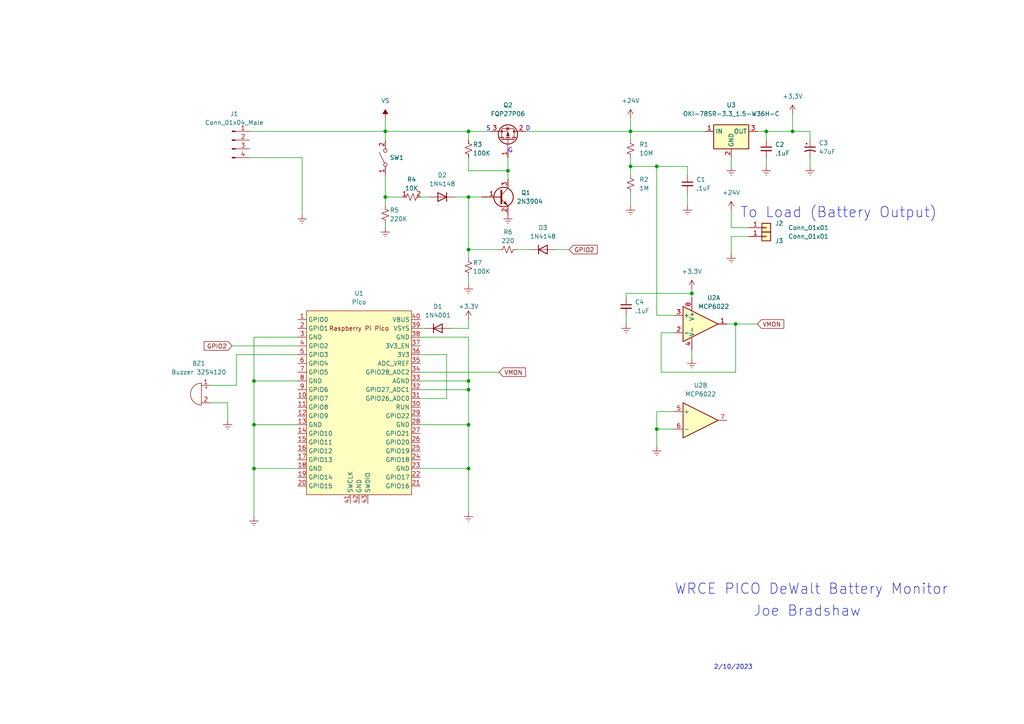
<source format=kicad_sch>
(kicad_sch (version 20211123) (generator eeschema)

  (uuid 7d864bbd-c9ff-40fd-b219-76c07326c90b)

  (paper "A4")

  (title_block
    (title "Pico DeWalt Battery Monitor")
    (rev "v2.0")
    (company "WRCE")
    (comment 1 "J. Bradshaw")
  )

  (lib_symbols
    (symbol "Amplifier_Operational:MCP6022" (pin_names (offset 0.127)) (in_bom yes) (on_board yes)
      (property "Reference" "U" (id 0) (at 0 5.08 0)
        (effects (font (size 1.27 1.27)) (justify left))
      )
      (property "Value" "MCP6022" (id 1) (at 0 -5.08 0)
        (effects (font (size 1.27 1.27)) (justify left))
      )
      (property "Footprint" "" (id 2) (at 0 0 0)
        (effects (font (size 1.27 1.27)) hide)
      )
      (property "Datasheet" "http://ww1.microchip.com/downloads/en/devicedoc/20001685e.pdf" (id 3) (at 0 0 0)
        (effects (font (size 1.27 1.27)) hide)
      )
      (property "ki_locked" "" (id 4) (at 0 0 0)
        (effects (font (size 1.27 1.27)))
      )
      (property "ki_keywords" "dual opamp rail-to-rail" (id 5) (at 0 0 0)
        (effects (font (size 1.27 1.27)) hide)
      )
      (property "ki_description" "Dual Operational Amplifiers, Rail-to-Rail Input/Output, DIP-8/SOIC-8/TSSOP-8" (id 6) (at 0 0 0)
        (effects (font (size 1.27 1.27)) hide)
      )
      (property "ki_fp_filters" "SOIC*3.9x4.9mm*P1.27mm* DIP*W7.62mm* TO*99* OnSemi*Micro8* TSSOP*3x3mm*P0.65mm* TSSOP*4.4x3mm*P0.65mm* MSOP*3x3mm*P0.65mm* SSOP*3.9x4.9mm*P0.635mm* LFCSP*2x2mm*P0.5mm* *SIP* SOIC*5.3x6.2mm*P1.27mm*" (id 7) (at 0 0 0)
        (effects (font (size 1.27 1.27)) hide)
      )
      (symbol "MCP6022_1_1"
        (polyline
          (pts
            (xy -5.08 5.08)
            (xy 5.08 0)
            (xy -5.08 -5.08)
            (xy -5.08 5.08)
          )
          (stroke (width 0.254) (type default) (color 0 0 0 0))
          (fill (type background))
        )
        (pin output line (at 7.62 0 180) (length 2.54)
          (name "~" (effects (font (size 1.27 1.27))))
          (number "1" (effects (font (size 1.27 1.27))))
        )
        (pin input line (at -7.62 -2.54 0) (length 2.54)
          (name "-" (effects (font (size 1.27 1.27))))
          (number "2" (effects (font (size 1.27 1.27))))
        )
        (pin input line (at -7.62 2.54 0) (length 2.54)
          (name "+" (effects (font (size 1.27 1.27))))
          (number "3" (effects (font (size 1.27 1.27))))
        )
      )
      (symbol "MCP6022_2_1"
        (polyline
          (pts
            (xy -5.08 5.08)
            (xy 5.08 0)
            (xy -5.08 -5.08)
            (xy -5.08 5.08)
          )
          (stroke (width 0.254) (type default) (color 0 0 0 0))
          (fill (type background))
        )
        (pin input line (at -7.62 2.54 0) (length 2.54)
          (name "+" (effects (font (size 1.27 1.27))))
          (number "5" (effects (font (size 1.27 1.27))))
        )
        (pin input line (at -7.62 -2.54 0) (length 2.54)
          (name "-" (effects (font (size 1.27 1.27))))
          (number "6" (effects (font (size 1.27 1.27))))
        )
        (pin output line (at 7.62 0 180) (length 2.54)
          (name "~" (effects (font (size 1.27 1.27))))
          (number "7" (effects (font (size 1.27 1.27))))
        )
      )
      (symbol "MCP6022_3_1"
        (pin power_in line (at -2.54 -7.62 90) (length 3.81)
          (name "V-" (effects (font (size 1.27 1.27))))
          (number "4" (effects (font (size 1.27 1.27))))
        )
        (pin power_in line (at -2.54 7.62 270) (length 3.81)
          (name "V+" (effects (font (size 1.27 1.27))))
          (number "8" (effects (font (size 1.27 1.27))))
        )
      )
    )
    (symbol "Connector:Conn_01x04_Male" (pin_names (offset 1.016) hide) (in_bom yes) (on_board yes)
      (property "Reference" "J" (id 0) (at 0 5.08 0)
        (effects (font (size 1.27 1.27)))
      )
      (property "Value" "Conn_01x04_Male" (id 1) (at 0 -7.62 0)
        (effects (font (size 1.27 1.27)))
      )
      (property "Footprint" "" (id 2) (at 0 0 0)
        (effects (font (size 1.27 1.27)) hide)
      )
      (property "Datasheet" "~" (id 3) (at 0 0 0)
        (effects (font (size 1.27 1.27)) hide)
      )
      (property "ki_keywords" "connector" (id 4) (at 0 0 0)
        (effects (font (size 1.27 1.27)) hide)
      )
      (property "ki_description" "Generic connector, single row, 01x04, script generated (kicad-library-utils/schlib/autogen/connector/)" (id 5) (at 0 0 0)
        (effects (font (size 1.27 1.27)) hide)
      )
      (property "ki_fp_filters" "Connector*:*_1x??_*" (id 6) (at 0 0 0)
        (effects (font (size 1.27 1.27)) hide)
      )
      (symbol "Conn_01x04_Male_1_1"
        (polyline
          (pts
            (xy 1.27 -5.08)
            (xy 0.8636 -5.08)
          )
          (stroke (width 0.1524) (type default) (color 0 0 0 0))
          (fill (type none))
        )
        (polyline
          (pts
            (xy 1.27 -2.54)
            (xy 0.8636 -2.54)
          )
          (stroke (width 0.1524) (type default) (color 0 0 0 0))
          (fill (type none))
        )
        (polyline
          (pts
            (xy 1.27 0)
            (xy 0.8636 0)
          )
          (stroke (width 0.1524) (type default) (color 0 0 0 0))
          (fill (type none))
        )
        (polyline
          (pts
            (xy 1.27 2.54)
            (xy 0.8636 2.54)
          )
          (stroke (width 0.1524) (type default) (color 0 0 0 0))
          (fill (type none))
        )
        (rectangle (start 0.8636 -4.953) (end 0 -5.207)
          (stroke (width 0.1524) (type default) (color 0 0 0 0))
          (fill (type outline))
        )
        (rectangle (start 0.8636 -2.413) (end 0 -2.667)
          (stroke (width 0.1524) (type default) (color 0 0 0 0))
          (fill (type outline))
        )
        (rectangle (start 0.8636 0.127) (end 0 -0.127)
          (stroke (width 0.1524) (type default) (color 0 0 0 0))
          (fill (type outline))
        )
        (rectangle (start 0.8636 2.667) (end 0 2.413)
          (stroke (width 0.1524) (type default) (color 0 0 0 0))
          (fill (type outline))
        )
        (pin passive line (at 5.08 2.54 180) (length 3.81)
          (name "Pin_1" (effects (font (size 1.27 1.27))))
          (number "1" (effects (font (size 1.27 1.27))))
        )
        (pin passive line (at 5.08 0 180) (length 3.81)
          (name "Pin_2" (effects (font (size 1.27 1.27))))
          (number "2" (effects (font (size 1.27 1.27))))
        )
        (pin passive line (at 5.08 -2.54 180) (length 3.81)
          (name "Pin_3" (effects (font (size 1.27 1.27))))
          (number "3" (effects (font (size 1.27 1.27))))
        )
        (pin passive line (at 5.08 -5.08 180) (length 3.81)
          (name "Pin_4" (effects (font (size 1.27 1.27))))
          (number "4" (effects (font (size 1.27 1.27))))
        )
      )
    )
    (symbol "Connector_Generic:Conn_01x01" (pin_names (offset 1.016) hide) (in_bom yes) (on_board yes)
      (property "Reference" "J" (id 0) (at 0 2.54 0)
        (effects (font (size 1.27 1.27)))
      )
      (property "Value" "Conn_01x01" (id 1) (at 0 -2.54 0)
        (effects (font (size 1.27 1.27)))
      )
      (property "Footprint" "" (id 2) (at 0 0 0)
        (effects (font (size 1.27 1.27)) hide)
      )
      (property "Datasheet" "~" (id 3) (at 0 0 0)
        (effects (font (size 1.27 1.27)) hide)
      )
      (property "ki_keywords" "connector" (id 4) (at 0 0 0)
        (effects (font (size 1.27 1.27)) hide)
      )
      (property "ki_description" "Generic connector, single row, 01x01, script generated (kicad-library-utils/schlib/autogen/connector/)" (id 5) (at 0 0 0)
        (effects (font (size 1.27 1.27)) hide)
      )
      (property "ki_fp_filters" "Connector*:*_1x??_*" (id 6) (at 0 0 0)
        (effects (font (size 1.27 1.27)) hide)
      )
      (symbol "Conn_01x01_1_1"
        (rectangle (start -1.27 0.127) (end 0 -0.127)
          (stroke (width 0.1524) (type default) (color 0 0 0 0))
          (fill (type none))
        )
        (rectangle (start -1.27 1.27) (end 1.27 -1.27)
          (stroke (width 0.254) (type default) (color 0 0 0 0))
          (fill (type background))
        )
        (pin passive line (at -5.08 0 0) (length 3.81)
          (name "Pin_1" (effects (font (size 1.27 1.27))))
          (number "1" (effects (font (size 1.27 1.27))))
        )
      )
    )
    (symbol "Converter_DCDC:OKI-78SR-3.3_1.5-W36H-C" (in_bom yes) (on_board yes)
      (property "Reference" "U" (id 0) (at -3.81 3.175 0)
        (effects (font (size 1.27 1.27)))
      )
      (property "Value" "OKI-78SR-3.3_1.5-W36H-C" (id 1) (at 0 3.175 0)
        (effects (font (size 1.27 1.27)) (justify left))
      )
      (property "Footprint" "Converter_DCDC:Converter_DCDC_Murata_OKI-78SR_Horizontal" (id 2) (at 1.27 -6.35 0)
        (effects (font (size 1.27 1.27) italic) (justify left) hide)
      )
      (property "Datasheet" "https://power.murata.com/data/power/oki-78sr.pdf" (id 3) (at 0 0 0)
        (effects (font (size 1.27 1.27)) hide)
      )
      (property "ki_keywords" "dc-dc murata Step-Down DC/DC-Regulator" (id 4) (at 0 0 0)
        (effects (font (size 1.27 1.27)) hide)
      )
      (property "ki_description" "1.5A Step-Down DC/DC-Regulator, 7-36V input, 3.3V fixed Output Voltage, LM78xx replacement, -40°C to +85°C, OKI-78SR_Horizontal" (id 5) (at 0 0 0)
        (effects (font (size 1.27 1.27)) hide)
      )
      (property "ki_fp_filters" "Converter*DCDC*Murata*OKI*78SR*Horizontal*" (id 6) (at 0 0 0)
        (effects (font (size 1.27 1.27)) hide)
      )
      (symbol "OKI-78SR-3.3_1.5-W36H-C_0_1"
        (rectangle (start -5.08 1.905) (end 5.08 -5.08)
          (stroke (width 0.254) (type default) (color 0 0 0 0))
          (fill (type background))
        )
      )
      (symbol "OKI-78SR-3.3_1.5-W36H-C_1_1"
        (pin power_in line (at -7.62 0 0) (length 2.54)
          (name "IN" (effects (font (size 1.27 1.27))))
          (number "1" (effects (font (size 1.27 1.27))))
        )
        (pin power_in line (at 0 -7.62 90) (length 2.54)
          (name "GND" (effects (font (size 1.27 1.27))))
          (number "2" (effects (font (size 1.27 1.27))))
        )
        (pin power_out line (at 7.62 0 180) (length 2.54)
          (name "OUT" (effects (font (size 1.27 1.27))))
          (number "3" (effects (font (size 1.27 1.27))))
        )
      )
    )
    (symbol "Device:Buzzer" (pin_names (offset 0.0254) hide) (in_bom yes) (on_board yes)
      (property "Reference" "BZ" (id 0) (at 3.81 1.27 0)
        (effects (font (size 1.27 1.27)) (justify left))
      )
      (property "Value" "Buzzer" (id 1) (at 3.81 -1.27 0)
        (effects (font (size 1.27 1.27)) (justify left))
      )
      (property "Footprint" "" (id 2) (at -0.635 2.54 90)
        (effects (font (size 1.27 1.27)) hide)
      )
      (property "Datasheet" "~" (id 3) (at -0.635 2.54 90)
        (effects (font (size 1.27 1.27)) hide)
      )
      (property "ki_keywords" "quartz resonator ceramic" (id 4) (at 0 0 0)
        (effects (font (size 1.27 1.27)) hide)
      )
      (property "ki_description" "Buzzer, polarized" (id 5) (at 0 0 0)
        (effects (font (size 1.27 1.27)) hide)
      )
      (property "ki_fp_filters" "*Buzzer*" (id 6) (at 0 0 0)
        (effects (font (size 1.27 1.27)) hide)
      )
      (symbol "Buzzer_0_1"
        (arc (start 0 -3.175) (mid 3.175 0) (end 0 3.175)
          (stroke (width 0) (type default) (color 0 0 0 0))
          (fill (type none))
        )
        (polyline
          (pts
            (xy -1.651 1.905)
            (xy -1.143 1.905)
          )
          (stroke (width 0) (type default) (color 0 0 0 0))
          (fill (type none))
        )
        (polyline
          (pts
            (xy -1.397 2.159)
            (xy -1.397 1.651)
          )
          (stroke (width 0) (type default) (color 0 0 0 0))
          (fill (type none))
        )
        (polyline
          (pts
            (xy 0 3.175)
            (xy 0 -3.175)
          )
          (stroke (width 0) (type default) (color 0 0 0 0))
          (fill (type none))
        )
      )
      (symbol "Buzzer_1_1"
        (pin passive line (at -2.54 2.54 0) (length 2.54)
          (name "-" (effects (font (size 1.27 1.27))))
          (number "1" (effects (font (size 1.27 1.27))))
        )
        (pin passive line (at -2.54 -2.54 0) (length 2.54)
          (name "+" (effects (font (size 1.27 1.27))))
          (number "2" (effects (font (size 1.27 1.27))))
        )
      )
    )
    (symbol "Device:C_Polarized_Small_US" (pin_numbers hide) (pin_names (offset 0.254) hide) (in_bom yes) (on_board yes)
      (property "Reference" "C" (id 0) (at 0.254 1.778 0)
        (effects (font (size 1.27 1.27)) (justify left))
      )
      (property "Value" "C_Polarized_Small_US" (id 1) (at 0.254 -2.032 0)
        (effects (font (size 1.27 1.27)) (justify left))
      )
      (property "Footprint" "" (id 2) (at 0 0 0)
        (effects (font (size 1.27 1.27)) hide)
      )
      (property "Datasheet" "~" (id 3) (at 0 0 0)
        (effects (font (size 1.27 1.27)) hide)
      )
      (property "ki_keywords" "cap capacitor" (id 4) (at 0 0 0)
        (effects (font (size 1.27 1.27)) hide)
      )
      (property "ki_description" "Polarized capacitor, small US symbol" (id 5) (at 0 0 0)
        (effects (font (size 1.27 1.27)) hide)
      )
      (property "ki_fp_filters" "CP_*" (id 6) (at 0 0 0)
        (effects (font (size 1.27 1.27)) hide)
      )
      (symbol "C_Polarized_Small_US_0_1"
        (polyline
          (pts
            (xy -1.524 0.508)
            (xy 1.524 0.508)
          )
          (stroke (width 0.3048) (type default) (color 0 0 0 0))
          (fill (type none))
        )
        (polyline
          (pts
            (xy -1.27 1.524)
            (xy -0.762 1.524)
          )
          (stroke (width 0) (type default) (color 0 0 0 0))
          (fill (type none))
        )
        (polyline
          (pts
            (xy -1.016 1.27)
            (xy -1.016 1.778)
          )
          (stroke (width 0) (type default) (color 0 0 0 0))
          (fill (type none))
        )
        (arc (start 1.524 -0.762) (mid 0 -0.3734) (end -1.524 -0.762)
          (stroke (width 0.3048) (type default) (color 0 0 0 0))
          (fill (type none))
        )
      )
      (symbol "C_Polarized_Small_US_1_1"
        (pin passive line (at 0 2.54 270) (length 2.032)
          (name "~" (effects (font (size 1.27 1.27))))
          (number "1" (effects (font (size 1.27 1.27))))
        )
        (pin passive line (at 0 -2.54 90) (length 2.032)
          (name "~" (effects (font (size 1.27 1.27))))
          (number "2" (effects (font (size 1.27 1.27))))
        )
      )
    )
    (symbol "Device:C_Small" (pin_numbers hide) (pin_names (offset 0.254) hide) (in_bom yes) (on_board yes)
      (property "Reference" "C" (id 0) (at 0.254 1.778 0)
        (effects (font (size 1.27 1.27)) (justify left))
      )
      (property "Value" "C_Small" (id 1) (at 0.254 -2.032 0)
        (effects (font (size 1.27 1.27)) (justify left))
      )
      (property "Footprint" "" (id 2) (at 0 0 0)
        (effects (font (size 1.27 1.27)) hide)
      )
      (property "Datasheet" "~" (id 3) (at 0 0 0)
        (effects (font (size 1.27 1.27)) hide)
      )
      (property "ki_keywords" "capacitor cap" (id 4) (at 0 0 0)
        (effects (font (size 1.27 1.27)) hide)
      )
      (property "ki_description" "Unpolarized capacitor, small symbol" (id 5) (at 0 0 0)
        (effects (font (size 1.27 1.27)) hide)
      )
      (property "ki_fp_filters" "C_*" (id 6) (at 0 0 0)
        (effects (font (size 1.27 1.27)) hide)
      )
      (symbol "C_Small_0_1"
        (polyline
          (pts
            (xy -1.524 -0.508)
            (xy 1.524 -0.508)
          )
          (stroke (width 0.3302) (type default) (color 0 0 0 0))
          (fill (type none))
        )
        (polyline
          (pts
            (xy -1.524 0.508)
            (xy 1.524 0.508)
          )
          (stroke (width 0.3048) (type default) (color 0 0 0 0))
          (fill (type none))
        )
      )
      (symbol "C_Small_1_1"
        (pin passive line (at 0 2.54 270) (length 2.032)
          (name "~" (effects (font (size 1.27 1.27))))
          (number "1" (effects (font (size 1.27 1.27))))
        )
        (pin passive line (at 0 -2.54 90) (length 2.032)
          (name "~" (effects (font (size 1.27 1.27))))
          (number "2" (effects (font (size 1.27 1.27))))
        )
      )
    )
    (symbol "Device:R_Small_US" (pin_numbers hide) (pin_names (offset 0.254) hide) (in_bom yes) (on_board yes)
      (property "Reference" "R" (id 0) (at 0.762 0.508 0)
        (effects (font (size 1.27 1.27)) (justify left))
      )
      (property "Value" "R_Small_US" (id 1) (at 0.762 -1.016 0)
        (effects (font (size 1.27 1.27)) (justify left))
      )
      (property "Footprint" "" (id 2) (at 0 0 0)
        (effects (font (size 1.27 1.27)) hide)
      )
      (property "Datasheet" "~" (id 3) (at 0 0 0)
        (effects (font (size 1.27 1.27)) hide)
      )
      (property "ki_keywords" "r resistor" (id 4) (at 0 0 0)
        (effects (font (size 1.27 1.27)) hide)
      )
      (property "ki_description" "Resistor, small US symbol" (id 5) (at 0 0 0)
        (effects (font (size 1.27 1.27)) hide)
      )
      (property "ki_fp_filters" "R_*" (id 6) (at 0 0 0)
        (effects (font (size 1.27 1.27)) hide)
      )
      (symbol "R_Small_US_1_1"
        (polyline
          (pts
            (xy 0 0)
            (xy 1.016 -0.381)
            (xy 0 -0.762)
            (xy -1.016 -1.143)
            (xy 0 -1.524)
          )
          (stroke (width 0) (type default) (color 0 0 0 0))
          (fill (type none))
        )
        (polyline
          (pts
            (xy 0 1.524)
            (xy 1.016 1.143)
            (xy 0 0.762)
            (xy -1.016 0.381)
            (xy 0 0)
          )
          (stroke (width 0) (type default) (color 0 0 0 0))
          (fill (type none))
        )
        (pin passive line (at 0 2.54 270) (length 1.016)
          (name "~" (effects (font (size 1.27 1.27))))
          (number "1" (effects (font (size 1.27 1.27))))
        )
        (pin passive line (at 0 -2.54 90) (length 1.016)
          (name "~" (effects (font (size 1.27 1.27))))
          (number "2" (effects (font (size 1.27 1.27))))
        )
      )
    )
    (symbol "Diode:1N4001" (pin_numbers hide) (pin_names (offset 1.016) hide) (in_bom yes) (on_board yes)
      (property "Reference" "D" (id 0) (at 0 2.54 0)
        (effects (font (size 1.27 1.27)))
      )
      (property "Value" "1N4001" (id 1) (at 0 -2.54 0)
        (effects (font (size 1.27 1.27)))
      )
      (property "Footprint" "Diode_THT:D_DO-41_SOD81_P10.16mm_Horizontal" (id 2) (at 0 -4.445 0)
        (effects (font (size 1.27 1.27)) hide)
      )
      (property "Datasheet" "http://www.vishay.com/docs/88503/1n4001.pdf" (id 3) (at 0 0 0)
        (effects (font (size 1.27 1.27)) hide)
      )
      (property "ki_keywords" "diode" (id 4) (at 0 0 0)
        (effects (font (size 1.27 1.27)) hide)
      )
      (property "ki_description" "50V 1A General Purpose Rectifier Diode, DO-41" (id 5) (at 0 0 0)
        (effects (font (size 1.27 1.27)) hide)
      )
      (property "ki_fp_filters" "D*DO?41*" (id 6) (at 0 0 0)
        (effects (font (size 1.27 1.27)) hide)
      )
      (symbol "1N4001_0_1"
        (polyline
          (pts
            (xy -1.27 1.27)
            (xy -1.27 -1.27)
          )
          (stroke (width 0.254) (type default) (color 0 0 0 0))
          (fill (type none))
        )
        (polyline
          (pts
            (xy 1.27 0)
            (xy -1.27 0)
          )
          (stroke (width 0) (type default) (color 0 0 0 0))
          (fill (type none))
        )
        (polyline
          (pts
            (xy 1.27 1.27)
            (xy 1.27 -1.27)
            (xy -1.27 0)
            (xy 1.27 1.27)
          )
          (stroke (width 0.254) (type default) (color 0 0 0 0))
          (fill (type none))
        )
      )
      (symbol "1N4001_1_1"
        (pin passive line (at -3.81 0 0) (length 2.54)
          (name "K" (effects (font (size 1.27 1.27))))
          (number "1" (effects (font (size 1.27 1.27))))
        )
        (pin passive line (at 3.81 0 180) (length 2.54)
          (name "A" (effects (font (size 1.27 1.27))))
          (number "2" (effects (font (size 1.27 1.27))))
        )
      )
    )
    (symbol "MCU_RaspberryPi_and_Boards:Pico" (in_bom yes) (on_board yes)
      (property "Reference" "U" (id 0) (at -13.97 27.94 0)
        (effects (font (size 1.27 1.27)))
      )
      (property "Value" "Pico" (id 1) (at 0 19.05 0)
        (effects (font (size 1.27 1.27)))
      )
      (property "Footprint" "RPi_Pico:RPi_Pico_SMD_TH" (id 2) (at 0 0 90)
        (effects (font (size 1.27 1.27)) hide)
      )
      (property "Datasheet" "" (id 3) (at 0 0 0)
        (effects (font (size 1.27 1.27)) hide)
      )
      (symbol "Pico_0_0"
        (text "Raspberry Pi Pico" (at 0 21.59 0)
          (effects (font (size 1.27 1.27)))
        )
      )
      (symbol "Pico_0_1"
        (rectangle (start -15.24 26.67) (end 15.24 -26.67)
          (stroke (width 0) (type default) (color 0 0 0 0))
          (fill (type background))
        )
      )
      (symbol "Pico_1_1"
        (pin bidirectional line (at -17.78 24.13 0) (length 2.54)
          (name "GPIO0" (effects (font (size 1.27 1.27))))
          (number "1" (effects (font (size 1.27 1.27))))
        )
        (pin bidirectional line (at -17.78 1.27 0) (length 2.54)
          (name "GPIO7" (effects (font (size 1.27 1.27))))
          (number "10" (effects (font (size 1.27 1.27))))
        )
        (pin bidirectional line (at -17.78 -1.27 0) (length 2.54)
          (name "GPIO8" (effects (font (size 1.27 1.27))))
          (number "11" (effects (font (size 1.27 1.27))))
        )
        (pin bidirectional line (at -17.78 -3.81 0) (length 2.54)
          (name "GPIO9" (effects (font (size 1.27 1.27))))
          (number "12" (effects (font (size 1.27 1.27))))
        )
        (pin power_in line (at -17.78 -6.35 0) (length 2.54)
          (name "GND" (effects (font (size 1.27 1.27))))
          (number "13" (effects (font (size 1.27 1.27))))
        )
        (pin bidirectional line (at -17.78 -8.89 0) (length 2.54)
          (name "GPIO10" (effects (font (size 1.27 1.27))))
          (number "14" (effects (font (size 1.27 1.27))))
        )
        (pin bidirectional line (at -17.78 -11.43 0) (length 2.54)
          (name "GPIO11" (effects (font (size 1.27 1.27))))
          (number "15" (effects (font (size 1.27 1.27))))
        )
        (pin bidirectional line (at -17.78 -13.97 0) (length 2.54)
          (name "GPIO12" (effects (font (size 1.27 1.27))))
          (number "16" (effects (font (size 1.27 1.27))))
        )
        (pin bidirectional line (at -17.78 -16.51 0) (length 2.54)
          (name "GPIO13" (effects (font (size 1.27 1.27))))
          (number "17" (effects (font (size 1.27 1.27))))
        )
        (pin power_in line (at -17.78 -19.05 0) (length 2.54)
          (name "GND" (effects (font (size 1.27 1.27))))
          (number "18" (effects (font (size 1.27 1.27))))
        )
        (pin bidirectional line (at -17.78 -21.59 0) (length 2.54)
          (name "GPIO14" (effects (font (size 1.27 1.27))))
          (number "19" (effects (font (size 1.27 1.27))))
        )
        (pin bidirectional line (at -17.78 21.59 0) (length 2.54)
          (name "GPIO1" (effects (font (size 1.27 1.27))))
          (number "2" (effects (font (size 1.27 1.27))))
        )
        (pin bidirectional line (at -17.78 -24.13 0) (length 2.54)
          (name "GPIO15" (effects (font (size 1.27 1.27))))
          (number "20" (effects (font (size 1.27 1.27))))
        )
        (pin bidirectional line (at 17.78 -24.13 180) (length 2.54)
          (name "GPIO16" (effects (font (size 1.27 1.27))))
          (number "21" (effects (font (size 1.27 1.27))))
        )
        (pin bidirectional line (at 17.78 -21.59 180) (length 2.54)
          (name "GPIO17" (effects (font (size 1.27 1.27))))
          (number "22" (effects (font (size 1.27 1.27))))
        )
        (pin power_in line (at 17.78 -19.05 180) (length 2.54)
          (name "GND" (effects (font (size 1.27 1.27))))
          (number "23" (effects (font (size 1.27 1.27))))
        )
        (pin bidirectional line (at 17.78 -16.51 180) (length 2.54)
          (name "GPIO18" (effects (font (size 1.27 1.27))))
          (number "24" (effects (font (size 1.27 1.27))))
        )
        (pin bidirectional line (at 17.78 -13.97 180) (length 2.54)
          (name "GPIO19" (effects (font (size 1.27 1.27))))
          (number "25" (effects (font (size 1.27 1.27))))
        )
        (pin bidirectional line (at 17.78 -11.43 180) (length 2.54)
          (name "GPIO20" (effects (font (size 1.27 1.27))))
          (number "26" (effects (font (size 1.27 1.27))))
        )
        (pin bidirectional line (at 17.78 -8.89 180) (length 2.54)
          (name "GPIO21" (effects (font (size 1.27 1.27))))
          (number "27" (effects (font (size 1.27 1.27))))
        )
        (pin power_in line (at 17.78 -6.35 180) (length 2.54)
          (name "GND" (effects (font (size 1.27 1.27))))
          (number "28" (effects (font (size 1.27 1.27))))
        )
        (pin bidirectional line (at 17.78 -3.81 180) (length 2.54)
          (name "GPIO22" (effects (font (size 1.27 1.27))))
          (number "29" (effects (font (size 1.27 1.27))))
        )
        (pin power_in line (at -17.78 19.05 0) (length 2.54)
          (name "GND" (effects (font (size 1.27 1.27))))
          (number "3" (effects (font (size 1.27 1.27))))
        )
        (pin input line (at 17.78 -1.27 180) (length 2.54)
          (name "RUN" (effects (font (size 1.27 1.27))))
          (number "30" (effects (font (size 1.27 1.27))))
        )
        (pin bidirectional line (at 17.78 1.27 180) (length 2.54)
          (name "GPIO26_ADC0" (effects (font (size 1.27 1.27))))
          (number "31" (effects (font (size 1.27 1.27))))
        )
        (pin bidirectional line (at 17.78 3.81 180) (length 2.54)
          (name "GPIO27_ADC1" (effects (font (size 1.27 1.27))))
          (number "32" (effects (font (size 1.27 1.27))))
        )
        (pin power_in line (at 17.78 6.35 180) (length 2.54)
          (name "AGND" (effects (font (size 1.27 1.27))))
          (number "33" (effects (font (size 1.27 1.27))))
        )
        (pin bidirectional line (at 17.78 8.89 180) (length 2.54)
          (name "GPIO28_ADC2" (effects (font (size 1.27 1.27))))
          (number "34" (effects (font (size 1.27 1.27))))
        )
        (pin power_in line (at 17.78 11.43 180) (length 2.54)
          (name "ADC_VREF" (effects (font (size 1.27 1.27))))
          (number "35" (effects (font (size 1.27 1.27))))
        )
        (pin power_in line (at 17.78 13.97 180) (length 2.54)
          (name "3V3" (effects (font (size 1.27 1.27))))
          (number "36" (effects (font (size 1.27 1.27))))
        )
        (pin input line (at 17.78 16.51 180) (length 2.54)
          (name "3V3_EN" (effects (font (size 1.27 1.27))))
          (number "37" (effects (font (size 1.27 1.27))))
        )
        (pin bidirectional line (at 17.78 19.05 180) (length 2.54)
          (name "GND" (effects (font (size 1.27 1.27))))
          (number "38" (effects (font (size 1.27 1.27))))
        )
        (pin power_in line (at 17.78 21.59 180) (length 2.54)
          (name "VSYS" (effects (font (size 1.27 1.27))))
          (number "39" (effects (font (size 1.27 1.27))))
        )
        (pin bidirectional line (at -17.78 16.51 0) (length 2.54)
          (name "GPIO2" (effects (font (size 1.27 1.27))))
          (number "4" (effects (font (size 1.27 1.27))))
        )
        (pin power_in line (at 17.78 24.13 180) (length 2.54)
          (name "VBUS" (effects (font (size 1.27 1.27))))
          (number "40" (effects (font (size 1.27 1.27))))
        )
        (pin input line (at -2.54 -29.21 90) (length 2.54)
          (name "SWCLK" (effects (font (size 1.27 1.27))))
          (number "41" (effects (font (size 1.27 1.27))))
        )
        (pin power_in line (at 0 -29.21 90) (length 2.54)
          (name "GND" (effects (font (size 1.27 1.27))))
          (number "42" (effects (font (size 1.27 1.27))))
        )
        (pin bidirectional line (at 2.54 -29.21 90) (length 2.54)
          (name "SWDIO" (effects (font (size 1.27 1.27))))
          (number "43" (effects (font (size 1.27 1.27))))
        )
        (pin bidirectional line (at -17.78 13.97 0) (length 2.54)
          (name "GPIO3" (effects (font (size 1.27 1.27))))
          (number "5" (effects (font (size 1.27 1.27))))
        )
        (pin bidirectional line (at -17.78 11.43 0) (length 2.54)
          (name "GPIO4" (effects (font (size 1.27 1.27))))
          (number "6" (effects (font (size 1.27 1.27))))
        )
        (pin bidirectional line (at -17.78 8.89 0) (length 2.54)
          (name "GPIO5" (effects (font (size 1.27 1.27))))
          (number "7" (effects (font (size 1.27 1.27))))
        )
        (pin power_in line (at -17.78 6.35 0) (length 2.54)
          (name "GND" (effects (font (size 1.27 1.27))))
          (number "8" (effects (font (size 1.27 1.27))))
        )
        (pin bidirectional line (at -17.78 3.81 0) (length 2.54)
          (name "GPIO6" (effects (font (size 1.27 1.27))))
          (number "9" (effects (font (size 1.27 1.27))))
        )
      )
    )
    (symbol "R_Small_US_1" (pin_names (offset 0.254) hide) (in_bom yes) (on_board yes)
      (property "Reference" "R" (id 0) (at 0.762 0.508 0)
        (effects (font (size 1.27 1.27)) (justify left))
      )
      (property "Value" "R_Small_US_1" (id 1) (at 0.762 -1.016 0)
        (effects (font (size 1.27 1.27)) (justify left))
      )
      (property "Footprint" "" (id 2) (at 0 0 0)
        (effects (font (size 1.27 1.27)) hide)
      )
      (property "Datasheet" "~" (id 3) (at 0 0 0)
        (effects (font (size 1.27 1.27)) hide)
      )
      (property "ki_keywords" "r resistor" (id 4) (at 0 0 0)
        (effects (font (size 1.27 1.27)) hide)
      )
      (property "ki_description" "Resistor, small US symbol" (id 5) (at 0 0 0)
        (effects (font (size 1.27 1.27)) hide)
      )
      (property "ki_fp_filters" "R_*" (id 6) (at 0 0 0)
        (effects (font (size 1.27 1.27)) hide)
      )
      (symbol "R_Small_US_1_1_1"
        (polyline
          (pts
            (xy 0 0)
            (xy 1.016 -0.381)
            (xy 0 -0.762)
            (xy -1.016 -1.143)
            (xy 0 -1.524)
          )
          (stroke (width 0) (type default) (color 0 0 0 0))
          (fill (type none))
        )
        (polyline
          (pts
            (xy 0 1.524)
            (xy 1.016 1.143)
            (xy 0 0.762)
            (xy -1.016 0.381)
            (xy 0 0)
          )
          (stroke (width 0) (type default) (color 0 0 0 0))
          (fill (type none))
        )
        (pin passive line (at 0 2.54 270) (length 1.016)
          (name "~" (effects (font (size 1.27 1.27))))
          (number "1" (effects (font (size 1.27 1.27))))
        )
        (pin passive line (at 0 -2.54 90) (length 1.016)
          (name "~" (effects (font (size 1.27 1.27))))
          (number "2" (effects (font (size 1.27 1.27))))
        )
      )
    )
    (symbol "Switch:SW_SPST" (pin_names (offset 0) hide) (in_bom yes) (on_board yes)
      (property "Reference" "SW" (id 0) (at 0 3.175 0)
        (effects (font (size 1.27 1.27)))
      )
      (property "Value" "SW_SPST" (id 1) (at 0 -2.54 0)
        (effects (font (size 1.27 1.27)))
      )
      (property "Footprint" "" (id 2) (at 0 0 0)
        (effects (font (size 1.27 1.27)) hide)
      )
      (property "Datasheet" "~" (id 3) (at 0 0 0)
        (effects (font (size 1.27 1.27)) hide)
      )
      (property "ki_keywords" "switch lever" (id 4) (at 0 0 0)
        (effects (font (size 1.27 1.27)) hide)
      )
      (property "ki_description" "Single Pole Single Throw (SPST) switch" (id 5) (at 0 0 0)
        (effects (font (size 1.27 1.27)) hide)
      )
      (symbol "SW_SPST_0_0"
        (circle (center -2.032 0) (radius 0.508)
          (stroke (width 0) (type default) (color 0 0 0 0))
          (fill (type none))
        )
        (polyline
          (pts
            (xy -1.524 0.254)
            (xy 1.524 1.778)
          )
          (stroke (width 0) (type default) (color 0 0 0 0))
          (fill (type none))
        )
        (circle (center 2.032 0) (radius 0.508)
          (stroke (width 0) (type default) (color 0 0 0 0))
          (fill (type none))
        )
      )
      (symbol "SW_SPST_1_1"
        (pin passive line (at -5.08 0 0) (length 2.54)
          (name "A" (effects (font (size 1.27 1.27))))
          (number "1" (effects (font (size 1.27 1.27))))
        )
        (pin passive line (at 5.08 0 180) (length 2.54)
          (name "B" (effects (font (size 1.27 1.27))))
          (number "2" (effects (font (size 1.27 1.27))))
        )
      )
    )
    (symbol "Transistor_BJT:2N3904" (pin_names (offset 0) hide) (in_bom yes) (on_board yes)
      (property "Reference" "Q1" (id 0) (at 6.35 1.27 0)
        (effects (font (size 1.27 1.27)) (justify left))
      )
      (property "Value" "2N3904" (id 1) (at 5.08 -1.27 0)
        (effects (font (size 1.27 1.27)) (justify left))
      )
      (property "Footprint" "Package_TO_SOT_SMD:SOT-23" (id 2) (at 5.08 -1.905 0)
        (effects (font (size 1.27 1.27) italic) (justify left) hide)
      )
      (property "Datasheet" "https://www.onsemi.com/pub/Collateral/2N3903-D.PDF" (id 3) (at 0 0 0)
        (effects (font (size 1.27 1.27)) (justify left) hide)
      )
      (property "ki_keywords" "NPN Transistor" (id 4) (at 0 0 0)
        (effects (font (size 1.27 1.27)) hide)
      )
      (property "ki_description" "0.2A Ic, 40V Vce, Small Signal NPN Transistor, TO-92" (id 5) (at 0 0 0)
        (effects (font (size 1.27 1.27)) hide)
      )
      (property "ki_fp_filters" "TO?92*" (id 6) (at 0 0 0)
        (effects (font (size 1.27 1.27)) hide)
      )
      (symbol "2N3904_0_1"
        (polyline
          (pts
            (xy 0.635 0.635)
            (xy 2.54 2.54)
          )
          (stroke (width 0) (type default) (color 0 0 0 0))
          (fill (type none))
        )
        (polyline
          (pts
            (xy 0.635 -0.635)
            (xy 2.54 -2.54)
            (xy 2.54 -2.54)
          )
          (stroke (width 0) (type default) (color 0 0 0 0))
          (fill (type none))
        )
        (polyline
          (pts
            (xy 0.635 1.905)
            (xy 0.635 -1.905)
            (xy 0.635 -1.905)
          )
          (stroke (width 0.508) (type default) (color 0 0 0 0))
          (fill (type none))
        )
        (polyline
          (pts
            (xy 1.27 -1.778)
            (xy 1.778 -1.27)
            (xy 2.286 -2.286)
            (xy 1.27 -1.778)
            (xy 1.27 -1.778)
          )
          (stroke (width 0) (type default) (color 0 0 0 0))
          (fill (type outline))
        )
        (circle (center 1.27 0) (radius 2.8194)
          (stroke (width 0.254) (type default) (color 0 0 0 0))
          (fill (type none))
        )
      )
      (symbol "2N3904_1_1"
        (pin passive line (at -5.08 0 0) (length 5.715)
          (name "B" (effects (font (size 1.27 1.27))))
          (number "1" (effects (font (size 1.27 1.27))))
        )
        (pin passive line (at 2.54 -5.08 90) (length 2.54)
          (name "E" (effects (font (size 1.27 1.27))))
          (number "2" (effects (font (size 1.27 1.27))))
        )
        (pin passive line (at 2.54 5.08 270) (length 2.54)
          (name "C" (effects (font (size 1.27 1.27))))
          (number "3" (effects (font (size 1.27 1.27))))
        )
      )
    )
    (symbol "Transistor_FET:FQP27P06" (pin_names hide) (in_bom yes) (on_board yes)
      (property "Reference" "Q" (id 0) (at 5.08 1.905 0)
        (effects (font (size 1.27 1.27)) (justify left))
      )
      (property "Value" "FQP27P06" (id 1) (at 5.08 0 0)
        (effects (font (size 1.27 1.27)) (justify left))
      )
      (property "Footprint" "Package_TO_SOT_THT:TO-220-3_Vertical" (id 2) (at 5.08 -1.905 0)
        (effects (font (size 1.27 1.27) italic) (justify left) hide)
      )
      (property "Datasheet" "https://www.onsemi.com/pub/Collateral/FQP27P06-D.PDF" (id 3) (at 0 0 0)
        (effects (font (size 1.27 1.27)) (justify left) hide)
      )
      (property "ki_keywords" "QFET P-Channel MOSFET" (id 4) (at 0 0 0)
        (effects (font (size 1.27 1.27)) hide)
      )
      (property "ki_description" "-27A Id, -60V Vds, QFET P-Channel MOSFET, TO-220" (id 5) (at 0 0 0)
        (effects (font (size 1.27 1.27)) hide)
      )
      (property "ki_fp_filters" "TO?220*" (id 6) (at 0 0 0)
        (effects (font (size 1.27 1.27)) hide)
      )
      (symbol "FQP27P06_0_1"
        (polyline
          (pts
            (xy 0.254 0)
            (xy -2.54 0)
          )
          (stroke (width 0) (type default) (color 0 0 0 0))
          (fill (type none))
        )
        (polyline
          (pts
            (xy 0.254 1.905)
            (xy 0.254 -1.905)
          )
          (stroke (width 0.254) (type default) (color 0 0 0 0))
          (fill (type none))
        )
        (polyline
          (pts
            (xy 0.762 -1.27)
            (xy 0.762 -2.286)
          )
          (stroke (width 0.254) (type default) (color 0 0 0 0))
          (fill (type none))
        )
        (polyline
          (pts
            (xy 0.762 0.508)
            (xy 0.762 -0.508)
          )
          (stroke (width 0.254) (type default) (color 0 0 0 0))
          (fill (type none))
        )
        (polyline
          (pts
            (xy 0.762 2.286)
            (xy 0.762 1.27)
          )
          (stroke (width 0.254) (type default) (color 0 0 0 0))
          (fill (type none))
        )
        (polyline
          (pts
            (xy 2.54 2.54)
            (xy 2.54 1.778)
          )
          (stroke (width 0) (type default) (color 0 0 0 0))
          (fill (type none))
        )
        (polyline
          (pts
            (xy 2.54 -2.54)
            (xy 2.54 0)
            (xy 0.762 0)
          )
          (stroke (width 0) (type default) (color 0 0 0 0))
          (fill (type none))
        )
        (polyline
          (pts
            (xy 0.762 1.778)
            (xy 3.302 1.778)
            (xy 3.302 -1.778)
            (xy 0.762 -1.778)
          )
          (stroke (width 0) (type default) (color 0 0 0 0))
          (fill (type none))
        )
        (polyline
          (pts
            (xy 2.286 0)
            (xy 1.27 0.381)
            (xy 1.27 -0.381)
            (xy 2.286 0)
          )
          (stroke (width 0) (type default) (color 0 0 0 0))
          (fill (type outline))
        )
        (polyline
          (pts
            (xy 2.794 -0.508)
            (xy 2.921 -0.381)
            (xy 3.683 -0.381)
            (xy 3.81 -0.254)
          )
          (stroke (width 0) (type default) (color 0 0 0 0))
          (fill (type none))
        )
        (polyline
          (pts
            (xy 3.302 -0.381)
            (xy 2.921 0.254)
            (xy 3.683 0.254)
            (xy 3.302 -0.381)
          )
          (stroke (width 0) (type default) (color 0 0 0 0))
          (fill (type none))
        )
        (circle (center 1.651 0) (radius 2.794)
          (stroke (width 0.254) (type default) (color 0 0 0 0))
          (fill (type none))
        )
        (circle (center 2.54 -1.778) (radius 0.254)
          (stroke (width 0) (type default) (color 0 0 0 0))
          (fill (type outline))
        )
        (circle (center 2.54 1.778) (radius 0.254)
          (stroke (width 0) (type default) (color 0 0 0 0))
          (fill (type outline))
        )
      )
      (symbol "FQP27P06_1_1"
        (pin input line (at -5.08 0 0) (length 2.54)
          (name "G" (effects (font (size 1.27 1.27))))
          (number "1" (effects (font (size 1.27 1.27))))
        )
        (pin passive line (at 2.54 5.08 270) (length 2.54)
          (name "D" (effects (font (size 1.27 1.27))))
          (number "2" (effects (font (size 1.27 1.27))))
        )
        (pin passive line (at 2.54 -5.08 90) (length 2.54)
          (name "S" (effects (font (size 1.27 1.27))))
          (number "3" (effects (font (size 1.27 1.27))))
        )
      )
    )
    (symbol "power:+24V" (power) (pin_names (offset 0)) (in_bom yes) (on_board yes)
      (property "Reference" "#PWR" (id 0) (at 0 -3.81 0)
        (effects (font (size 1.27 1.27)) hide)
      )
      (property "Value" "+24V" (id 1) (at 0 3.556 0)
        (effects (font (size 1.27 1.27)))
      )
      (property "Footprint" "" (id 2) (at 0 0 0)
        (effects (font (size 1.27 1.27)) hide)
      )
      (property "Datasheet" "" (id 3) (at 0 0 0)
        (effects (font (size 1.27 1.27)) hide)
      )
      (property "ki_keywords" "power-flag" (id 4) (at 0 0 0)
        (effects (font (size 1.27 1.27)) hide)
      )
      (property "ki_description" "Power symbol creates a global label with name \"+24V\"" (id 5) (at 0 0 0)
        (effects (font (size 1.27 1.27)) hide)
      )
      (symbol "+24V_0_1"
        (polyline
          (pts
            (xy -0.762 1.27)
            (xy 0 2.54)
          )
          (stroke (width 0) (type default) (color 0 0 0 0))
          (fill (type none))
        )
        (polyline
          (pts
            (xy 0 0)
            (xy 0 2.54)
          )
          (stroke (width 0) (type default) (color 0 0 0 0))
          (fill (type none))
        )
        (polyline
          (pts
            (xy 0 2.54)
            (xy 0.762 1.27)
          )
          (stroke (width 0) (type default) (color 0 0 0 0))
          (fill (type none))
        )
      )
      (symbol "+24V_1_1"
        (pin power_in line (at 0 0 90) (length 0) hide
          (name "+24V" (effects (font (size 1.27 1.27))))
          (number "1" (effects (font (size 1.27 1.27))))
        )
      )
    )
    (symbol "power:+3.3V" (power) (pin_names (offset 0)) (in_bom yes) (on_board yes)
      (property "Reference" "#PWR" (id 0) (at 0 -3.81 0)
        (effects (font (size 1.27 1.27)) hide)
      )
      (property "Value" "+3.3V" (id 1) (at 0 3.556 0)
        (effects (font (size 1.27 1.27)))
      )
      (property "Footprint" "" (id 2) (at 0 0 0)
        (effects (font (size 1.27 1.27)) hide)
      )
      (property "Datasheet" "" (id 3) (at 0 0 0)
        (effects (font (size 1.27 1.27)) hide)
      )
      (property "ki_keywords" "power-flag" (id 4) (at 0 0 0)
        (effects (font (size 1.27 1.27)) hide)
      )
      (property "ki_description" "Power symbol creates a global label with name \"+3.3V\"" (id 5) (at 0 0 0)
        (effects (font (size 1.27 1.27)) hide)
      )
      (symbol "+3.3V_0_1"
        (polyline
          (pts
            (xy -0.762 1.27)
            (xy 0 2.54)
          )
          (stroke (width 0) (type default) (color 0 0 0 0))
          (fill (type none))
        )
        (polyline
          (pts
            (xy 0 0)
            (xy 0 2.54)
          )
          (stroke (width 0) (type default) (color 0 0 0 0))
          (fill (type none))
        )
        (polyline
          (pts
            (xy 0 2.54)
            (xy 0.762 1.27)
          )
          (stroke (width 0) (type default) (color 0 0 0 0))
          (fill (type none))
        )
      )
      (symbol "+3.3V_1_1"
        (pin power_in line (at 0 0 90) (length 0) hide
          (name "+3.3V" (effects (font (size 1.27 1.27))))
          (number "1" (effects (font (size 1.27 1.27))))
        )
      )
    )
    (symbol "power:Earth" (power) (pin_names (offset 0)) (in_bom yes) (on_board yes)
      (property "Reference" "#PWR" (id 0) (at 0 -6.35 0)
        (effects (font (size 1.27 1.27)) hide)
      )
      (property "Value" "Earth" (id 1) (at 0 -3.81 0)
        (effects (font (size 1.27 1.27)) hide)
      )
      (property "Footprint" "" (id 2) (at 0 0 0)
        (effects (font (size 1.27 1.27)) hide)
      )
      (property "Datasheet" "~" (id 3) (at 0 0 0)
        (effects (font (size 1.27 1.27)) hide)
      )
      (property "ki_keywords" "power-flag ground gnd" (id 4) (at 0 0 0)
        (effects (font (size 1.27 1.27)) hide)
      )
      (property "ki_description" "Power symbol creates a global label with name \"Earth\"" (id 5) (at 0 0 0)
        (effects (font (size 1.27 1.27)) hide)
      )
      (symbol "Earth_0_1"
        (polyline
          (pts
            (xy -0.635 -1.905)
            (xy 0.635 -1.905)
          )
          (stroke (width 0) (type default) (color 0 0 0 0))
          (fill (type none))
        )
        (polyline
          (pts
            (xy -0.127 -2.54)
            (xy 0.127 -2.54)
          )
          (stroke (width 0) (type default) (color 0 0 0 0))
          (fill (type none))
        )
        (polyline
          (pts
            (xy 0 -1.27)
            (xy 0 0)
          )
          (stroke (width 0) (type default) (color 0 0 0 0))
          (fill (type none))
        )
        (polyline
          (pts
            (xy 1.27 -1.27)
            (xy -1.27 -1.27)
          )
          (stroke (width 0) (type default) (color 0 0 0 0))
          (fill (type none))
        )
      )
      (symbol "Earth_1_1"
        (pin power_in line (at 0 0 270) (length 0) hide
          (name "Earth" (effects (font (size 1.27 1.27))))
          (number "1" (effects (font (size 1.27 1.27))))
        )
      )
    )
    (symbol "power:VS" (power) (pin_names (offset 0)) (in_bom yes) (on_board yes)
      (property "Reference" "#PWR" (id 0) (at -5.08 -3.81 0)
        (effects (font (size 1.27 1.27)) hide)
      )
      (property "Value" "VS" (id 1) (at 0 3.81 0)
        (effects (font (size 1.27 1.27)))
      )
      (property "Footprint" "" (id 2) (at 0 0 0)
        (effects (font (size 1.27 1.27)) hide)
      )
      (property "Datasheet" "" (id 3) (at 0 0 0)
        (effects (font (size 1.27 1.27)) hide)
      )
      (property "ki_keywords" "power-flag" (id 4) (at 0 0 0)
        (effects (font (size 1.27 1.27)) hide)
      )
      (property "ki_description" "Power symbol creates a global label with name \"VS\"" (id 5) (at 0 0 0)
        (effects (font (size 1.27 1.27)) hide)
      )
      (symbol "VS_0_1"
        (polyline
          (pts
            (xy 0 0)
            (xy 0 2.54)
          )
          (stroke (width 0) (type default) (color 0 0 0 0))
          (fill (type none))
        )
        (polyline
          (pts
            (xy 0.762 1.27)
            (xy -0.762 1.27)
            (xy 0 2.54)
            (xy 0.762 1.27)
          )
          (stroke (width 0) (type default) (color 0 0 0 0))
          (fill (type outline))
        )
      )
      (symbol "VS_1_1"
        (pin power_in line (at 0 0 90) (length 0) hide
          (name "VS" (effects (font (size 1.27 1.27))))
          (number "1" (effects (font (size 1.27 1.27))))
        )
      )
    )
  )

  (junction (at 222.25 38.1) (diameter 0) (color 0 0 0 0)
    (uuid 15044f26-7850-4ada-802f-2e300e851ad4)
  )
  (junction (at 73.66 110.49) (diameter 0) (color 0 0 0 0)
    (uuid 1ad353f1-7ee1-4609-997d-d04e8fd413e1)
  )
  (junction (at 135.89 57.15) (diameter 0) (color 0 0 0 0)
    (uuid 22edc0dc-5ea5-4512-834f-cacbdb0dca1f)
  )
  (junction (at 135.89 110.49) (diameter 0) (color 0 0 0 0)
    (uuid 33942d12-ba85-4775-90f1-de10b776a0ea)
  )
  (junction (at 213.36 93.98) (diameter 0) (color 0 0 0 0)
    (uuid 3857cafb-8033-4d54-b8b8-eb7baf0595df)
  )
  (junction (at 190.5 48.26) (diameter 0) (color 0 0 0 0)
    (uuid 3d428072-1047-415e-9344-24d51e8caa64)
  )
  (junction (at 135.89 123.19) (diameter 0) (color 0 0 0 0)
    (uuid 421cf527-2595-4f88-8663-6b4bc8f30834)
  )
  (junction (at 135.89 135.89) (diameter 0) (color 0 0 0 0)
    (uuid 48ac053d-485c-45f7-a106-fce57090fb62)
  )
  (junction (at 135.89 38.1) (diameter 0) (color 0 0 0 0)
    (uuid 4f1c9a4e-2d3d-4dd0-b841-c4ee1f177bce)
  )
  (junction (at 135.89 72.39) (diameter 0) (color 0 0 0 0)
    (uuid 70015b0f-d609-43f4-9800-7125c2d422bc)
  )
  (junction (at 135.89 113.03) (diameter 0) (color 0 0 0 0)
    (uuid 777da21c-3050-465d-b44e-7b28073924ba)
  )
  (junction (at 147.32 49.53) (diameter 0) (color 0 0 0 0)
    (uuid 83832981-9ddb-4fdd-a48b-080305069dd4)
  )
  (junction (at 73.66 135.89) (diameter 0) (color 0 0 0 0)
    (uuid 8e204816-ae40-4c74-80b1-db43b91c1832)
  )
  (junction (at 200.66 85.09) (diameter 0) (color 0 0 0 0)
    (uuid 9d9afc24-1924-4514-bdad-268ba15075fd)
  )
  (junction (at 182.88 48.26) (diameter 0) (color 0 0 0 0)
    (uuid abbeed96-14df-4c42-bb4b-16ea6fe55505)
  )
  (junction (at 111.76 57.15) (diameter 0) (color 0 0 0 0)
    (uuid b39373ce-e8c6-46a5-bbec-f310a8c84268)
  )
  (junction (at 182.88 38.1) (diameter 0) (color 0 0 0 0)
    (uuid b6aee0d4-72d8-4dc9-89fd-351d3b39b347)
  )
  (junction (at 111.76 38.1) (diameter 0) (color 0 0 0 0)
    (uuid d9d8ffd6-dce4-4a4c-b9e9-fbc19f7fc59a)
  )
  (junction (at 229.87 38.1) (diameter 0) (color 0 0 0 0)
    (uuid dbdb54f6-1b93-45fe-9b6e-bb85231092df)
  )
  (junction (at 190.5 124.46) (diameter 0) (color 0 0 0 0)
    (uuid f0c4b39f-d0bb-4a49-ae61-41084e2114b2)
  )
  (junction (at 73.66 123.19) (diameter 0) (color 0 0 0 0)
    (uuid fbb5d3a2-0efb-4058-985b-2964a54699ea)
  )

  (wire (pts (xy 199.39 50.8) (xy 199.39 48.26))
    (stroke (width 0) (type default) (color 0 0 0 0))
    (uuid 027a24cd-00ee-454d-a137-45792d4cf8d7)
  )
  (wire (pts (xy 195.58 96.52) (xy 191.77 96.52))
    (stroke (width 0) (type default) (color 0 0 0 0))
    (uuid 03326f14-0a06-4d24-9e8d-db1a7343889d)
  )
  (wire (pts (xy 212.09 73.66) (xy 212.09 68.58))
    (stroke (width 0) (type default) (color 0 0 0 0))
    (uuid 03c485fb-fce3-4670-ae18-5ac8026b6e7b)
  )
  (wire (pts (xy 60.96 111.76) (xy 68.58 111.76))
    (stroke (width 0) (type default) (color 0 0 0 0))
    (uuid 0c6f9ec6-f875-49ea-8483-d61c51c9cfc9)
  )
  (wire (pts (xy 86.36 123.19) (xy 73.66 123.19))
    (stroke (width 0) (type default) (color 0 0 0 0))
    (uuid 0ecc09f7-6fc5-4ce2-8a2d-aa1b35d9be41)
  )
  (wire (pts (xy 222.25 45.72) (xy 222.25 48.26))
    (stroke (width 0) (type default) (color 0 0 0 0))
    (uuid 123c945f-b115-4ec0-ae20-16bdf1ed4b7c)
  )
  (wire (pts (xy 182.88 38.1) (xy 204.47 38.1))
    (stroke (width 0) (type default) (color 0 0 0 0))
    (uuid 140a97d3-8be2-4f35-aab5-06fed5b403d6)
  )
  (wire (pts (xy 135.89 113.03) (xy 135.89 123.19))
    (stroke (width 0) (type default) (color 0 0 0 0))
    (uuid 192c7255-65c9-49c5-bfb6-87e96a2fd96c)
  )
  (wire (pts (xy 190.5 124.46) (xy 195.58 124.46))
    (stroke (width 0) (type default) (color 0 0 0 0))
    (uuid 19b4f911-87ff-41dc-96c7-e7daede62c68)
  )
  (wire (pts (xy 190.5 119.38) (xy 190.5 124.46))
    (stroke (width 0) (type default) (color 0 0 0 0))
    (uuid 19bc5929-a09b-4f66-bc7b-fed01ebf8d40)
  )
  (wire (pts (xy 135.89 97.79) (xy 135.89 110.49))
    (stroke (width 0) (type default) (color 0 0 0 0))
    (uuid 1d72a133-fabe-4ea9-bbd5-688556db5113)
  )
  (wire (pts (xy 182.88 48.26) (xy 190.5 48.26))
    (stroke (width 0) (type default) (color 0 0 0 0))
    (uuid 1dbda54e-7031-489d-967b-620a26b54a53)
  )
  (wire (pts (xy 200.66 83.82) (xy 200.66 85.09))
    (stroke (width 0) (type default) (color 0 0 0 0))
    (uuid 1eb5bc2a-b018-472a-a91e-821aabc00a60)
  )
  (wire (pts (xy 212.09 60.96) (xy 212.09 66.04))
    (stroke (width 0) (type default) (color 0 0 0 0))
    (uuid 1f52f9ae-2755-4ce4-b6ad-1101648c81bd)
  )
  (wire (pts (xy 135.89 38.1) (xy 135.89 40.64))
    (stroke (width 0) (type default) (color 0 0 0 0))
    (uuid 21a769fa-56dc-4c5a-86e8-dc444afb171b)
  )
  (wire (pts (xy 121.92 57.15) (xy 124.46 57.15))
    (stroke (width 0) (type default) (color 0 0 0 0))
    (uuid 239386ba-d8b5-41e5-a348-fca0b0f7319c)
  )
  (wire (pts (xy 147.32 45.72) (xy 147.32 49.53))
    (stroke (width 0) (type default) (color 0 0 0 0))
    (uuid 24790be9-35a3-4528-973f-d1ccfc9157fa)
  )
  (wire (pts (xy 191.77 96.52) (xy 191.77 107.95))
    (stroke (width 0) (type default) (color 0 0 0 0))
    (uuid 2b1d56a5-0c7a-4aef-be97-0b0e1e6c4db0)
  )
  (wire (pts (xy 190.5 91.44) (xy 195.58 91.44))
    (stroke (width 0) (type default) (color 0 0 0 0))
    (uuid 2bc5992b-c8ea-4160-a87c-1ab890b9acf2)
  )
  (wire (pts (xy 121.92 97.79) (xy 135.89 97.79))
    (stroke (width 0) (type default) (color 0 0 0 0))
    (uuid 305808ca-9039-4304-b953-e0c5a5eaff6a)
  )
  (wire (pts (xy 73.66 110.49) (xy 73.66 123.19))
    (stroke (width 0) (type default) (color 0 0 0 0))
    (uuid 35dcc14c-2780-40e1-a8f5-3c2ff6f4876f)
  )
  (wire (pts (xy 135.89 123.19) (xy 135.89 135.89))
    (stroke (width 0) (type default) (color 0 0 0 0))
    (uuid 35e83809-40e2-4e4f-85c2-05e1616966ec)
  )
  (wire (pts (xy 73.66 97.79) (xy 73.66 110.49))
    (stroke (width 0) (type default) (color 0 0 0 0))
    (uuid 38ecf098-c417-421c-80b5-98f28e8adca3)
  )
  (wire (pts (xy 129.54 102.87) (xy 129.54 115.57))
    (stroke (width 0) (type default) (color 0 0 0 0))
    (uuid 3a51a2df-f92a-4077-a391-28a40ab9ca32)
  )
  (wire (pts (xy 111.76 38.1) (xy 111.76 40.64))
    (stroke (width 0) (type default) (color 0 0 0 0))
    (uuid 3a9013c0-06c2-4423-9185-223155f177e8)
  )
  (wire (pts (xy 121.92 135.89) (xy 135.89 135.89))
    (stroke (width 0) (type default) (color 0 0 0 0))
    (uuid 3b25f5e5-ecc0-44ae-b990-7de7ed1c05f9)
  )
  (wire (pts (xy 111.76 34.29) (xy 111.76 38.1))
    (stroke (width 0) (type default) (color 0 0 0 0))
    (uuid 3c37848a-a743-4c8d-9223-815a3fc9f5d8)
  )
  (wire (pts (xy 121.92 123.19) (xy 135.89 123.19))
    (stroke (width 0) (type default) (color 0 0 0 0))
    (uuid 3c94fad7-d6c0-4421-8d96-1cc3982532d8)
  )
  (wire (pts (xy 190.5 124.46) (xy 190.5 129.54))
    (stroke (width 0) (type default) (color 0 0 0 0))
    (uuid 4019e78f-2242-486f-baaa-de30908da22f)
  )
  (wire (pts (xy 135.89 110.49) (xy 135.89 113.03))
    (stroke (width 0) (type default) (color 0 0 0 0))
    (uuid 402e0cc9-d47b-4f74-a42f-3b7b58fa02d2)
  )
  (wire (pts (xy 181.61 91.44) (xy 181.61 93.98))
    (stroke (width 0) (type default) (color 0 0 0 0))
    (uuid 44786ea1-9175-4b08-903a-4d2222552f1b)
  )
  (wire (pts (xy 200.66 101.6) (xy 200.66 104.14))
    (stroke (width 0) (type default) (color 0 0 0 0))
    (uuid 458cb396-7838-45eb-9ab9-17dd007f5fb9)
  )
  (wire (pts (xy 86.36 110.49) (xy 73.66 110.49))
    (stroke (width 0) (type default) (color 0 0 0 0))
    (uuid 48fc7f3d-8b3e-4b8c-88c2-75118aa08b60)
  )
  (wire (pts (xy 67.31 100.33) (xy 86.36 100.33))
    (stroke (width 0) (type default) (color 0 0 0 0))
    (uuid 4b6d7bf1-3e0f-4ed1-9151-5357704f2906)
  )
  (wire (pts (xy 135.89 72.39) (xy 135.89 74.93))
    (stroke (width 0) (type default) (color 0 0 0 0))
    (uuid 4cc21053-5c72-491f-8b38-1f2a0ce121b1)
  )
  (wire (pts (xy 129.54 115.57) (xy 121.92 115.57))
    (stroke (width 0) (type default) (color 0 0 0 0))
    (uuid 5187127b-3660-479f-8de8-b22a336f8663)
  )
  (wire (pts (xy 182.88 48.26) (xy 182.88 50.8))
    (stroke (width 0) (type default) (color 0 0 0 0))
    (uuid 57eceb0d-cc65-4de4-94b7-ff82c50db037)
  )
  (wire (pts (xy 219.71 38.1) (xy 222.25 38.1))
    (stroke (width 0) (type default) (color 0 0 0 0))
    (uuid 59510527-4da1-4dba-aa40-856a1e2307bc)
  )
  (wire (pts (xy 68.58 102.87) (xy 68.58 111.76))
    (stroke (width 0) (type default) (color 0 0 0 0))
    (uuid 5d328177-c408-422f-9792-f23729eee124)
  )
  (wire (pts (xy 229.87 38.1) (xy 229.87 33.02))
    (stroke (width 0) (type default) (color 0 0 0 0))
    (uuid 5f92ab0b-8444-4fb4-b42a-e15a3d2b4ec7)
  )
  (wire (pts (xy 73.66 135.89) (xy 86.36 135.89))
    (stroke (width 0) (type default) (color 0 0 0 0))
    (uuid 62823ada-950a-4a67-a0af-7c1c73427d22)
  )
  (wire (pts (xy 181.61 86.36) (xy 181.61 85.09))
    (stroke (width 0) (type default) (color 0 0 0 0))
    (uuid 69a05ca7-b78e-4c54-bf78-d092ee75db40)
  )
  (wire (pts (xy 210.82 93.98) (xy 213.36 93.98))
    (stroke (width 0) (type default) (color 0 0 0 0))
    (uuid 72371e85-83da-4d02-88c7-23659614ae09)
  )
  (wire (pts (xy 72.39 38.1) (xy 111.76 38.1))
    (stroke (width 0) (type default) (color 0 0 0 0))
    (uuid 736a5edb-53f4-4bf2-8836-9c5ece0c6442)
  )
  (wire (pts (xy 73.66 135.89) (xy 73.66 149.86))
    (stroke (width 0) (type default) (color 0 0 0 0))
    (uuid 7a7e0d98-4fda-4db7-9369-f5921e5edc7c)
  )
  (wire (pts (xy 73.66 123.19) (xy 73.66 135.89))
    (stroke (width 0) (type default) (color 0 0 0 0))
    (uuid 80094532-e0fd-4bab-b137-c2351e79eeff)
  )
  (wire (pts (xy 152.4 38.1) (xy 182.88 38.1))
    (stroke (width 0) (type default) (color 0 0 0 0))
    (uuid 814e44fb-e624-4421-895b-885c564ed1d4)
  )
  (wire (pts (xy 121.92 113.03) (xy 135.89 113.03))
    (stroke (width 0) (type default) (color 0 0 0 0))
    (uuid 82568866-3643-4fa2-9d9b-fbb64f854882)
  )
  (wire (pts (xy 135.89 80.01) (xy 135.89 82.55))
    (stroke (width 0) (type default) (color 0 0 0 0))
    (uuid 868147e5-7f85-4be3-9469-bb91be3ab03b)
  )
  (wire (pts (xy 200.66 85.09) (xy 200.66 86.36))
    (stroke (width 0) (type default) (color 0 0 0 0))
    (uuid 88fff4e1-4cf2-4094-8d2c-cf3c7eacd124)
  )
  (wire (pts (xy 66.04 116.84) (xy 66.04 121.92))
    (stroke (width 0) (type default) (color 0 0 0 0))
    (uuid 8cc6fe0e-5a8c-4702-b5cb-04c01673c96b)
  )
  (wire (pts (xy 234.95 45.72) (xy 234.95 48.26))
    (stroke (width 0) (type default) (color 0 0 0 0))
    (uuid 905bb696-93c3-46d8-b8ba-e803a14efb7f)
  )
  (wire (pts (xy 182.88 55.88) (xy 182.88 59.69))
    (stroke (width 0) (type default) (color 0 0 0 0))
    (uuid 91f05110-d0ca-4e8e-9f9b-3afeda01b28c)
  )
  (wire (pts (xy 135.89 38.1) (xy 142.24 38.1))
    (stroke (width 0) (type default) (color 0 0 0 0))
    (uuid 92214839-2e35-46cd-8eb2-d50f5b466afe)
  )
  (wire (pts (xy 132.08 57.15) (xy 135.89 57.15))
    (stroke (width 0) (type default) (color 0 0 0 0))
    (uuid 92ddc33a-39ce-4167-b6ff-bd97baf79c39)
  )
  (wire (pts (xy 190.5 48.26) (xy 190.5 91.44))
    (stroke (width 0) (type default) (color 0 0 0 0))
    (uuid 9831fc7a-9da3-4947-9aad-52710cd2dc72)
  )
  (wire (pts (xy 212.09 68.58) (xy 217.17 68.58))
    (stroke (width 0) (type default) (color 0 0 0 0))
    (uuid 98abea21-f2fc-4730-9946-275602a1b6e6)
  )
  (wire (pts (xy 222.25 38.1) (xy 222.25 40.64))
    (stroke (width 0) (type default) (color 0 0 0 0))
    (uuid 9bf2cb62-f753-4001-8895-59d5e791a80c)
  )
  (wire (pts (xy 72.39 45.72) (xy 87.63 45.72))
    (stroke (width 0) (type default) (color 0 0 0 0))
    (uuid 9ea9631b-ebf5-45f0-8571-e0c8703392be)
  )
  (wire (pts (xy 195.58 119.38) (xy 190.5 119.38))
    (stroke (width 0) (type default) (color 0 0 0 0))
    (uuid a18a5dfa-695d-4876-85a7-90fa6bb30e93)
  )
  (wire (pts (xy 222.25 38.1) (xy 229.87 38.1))
    (stroke (width 0) (type default) (color 0 0 0 0))
    (uuid a1a3d5ce-a540-4b52-8656-44a322e6d11b)
  )
  (wire (pts (xy 135.89 72.39) (xy 144.78 72.39))
    (stroke (width 0) (type default) (color 0 0 0 0))
    (uuid a6609c10-162e-4199-a047-a8c378e43c62)
  )
  (wire (pts (xy 121.92 95.25) (xy 123.19 95.25))
    (stroke (width 0) (type default) (color 0 0 0 0))
    (uuid a72cf9e3-f1d4-4ca4-9507-dd53ff18d564)
  )
  (wire (pts (xy 130.81 95.25) (xy 135.89 95.25))
    (stroke (width 0) (type default) (color 0 0 0 0))
    (uuid aadd7fad-cf8c-448d-9203-3097a510f67d)
  )
  (wire (pts (xy 190.5 48.26) (xy 199.39 48.26))
    (stroke (width 0) (type default) (color 0 0 0 0))
    (uuid ab12c0ea-c715-44fe-9a27-ff62fa75a8f5)
  )
  (wire (pts (xy 213.36 93.98) (xy 219.71 93.98))
    (stroke (width 0) (type default) (color 0 0 0 0))
    (uuid ad9b8395-c2ac-4663-a5bb-9c1d830d75f1)
  )
  (wire (pts (xy 111.76 57.15) (xy 111.76 59.69))
    (stroke (width 0) (type default) (color 0 0 0 0))
    (uuid adcaadfa-557b-4163-9327-d0404d3715d8)
  )
  (wire (pts (xy 86.36 97.79) (xy 73.66 97.79))
    (stroke (width 0) (type default) (color 0 0 0 0))
    (uuid b0563525-c9b5-4898-ad66-e859cd4b972e)
  )
  (wire (pts (xy 111.76 57.15) (xy 116.84 57.15))
    (stroke (width 0) (type default) (color 0 0 0 0))
    (uuid b3094b33-1598-49f9-8a2b-f33132511c56)
  )
  (wire (pts (xy 213.36 107.95) (xy 213.36 93.98))
    (stroke (width 0) (type default) (color 0 0 0 0))
    (uuid b8766b58-aeaf-4bc5-afef-551f4e949145)
  )
  (wire (pts (xy 111.76 64.77) (xy 111.76 66.04))
    (stroke (width 0) (type default) (color 0 0 0 0))
    (uuid b8976483-f820-4255-a92c-194ceb223bc2)
  )
  (wire (pts (xy 182.88 38.1) (xy 182.88 40.64))
    (stroke (width 0) (type default) (color 0 0 0 0))
    (uuid b99c1dcc-5cd2-4b15-8649-6cadf6aea5e1)
  )
  (wire (pts (xy 135.89 57.15) (xy 139.7 57.15))
    (stroke (width 0) (type default) (color 0 0 0 0))
    (uuid bf54561f-4de7-4dc5-9a89-d8efdec71378)
  )
  (wire (pts (xy 149.86 72.39) (xy 153.67 72.39))
    (stroke (width 0) (type default) (color 0 0 0 0))
    (uuid c024c4e8-9d18-4195-a303-87fa64876e98)
  )
  (wire (pts (xy 165.1 72.39) (xy 161.29 72.39))
    (stroke (width 0) (type default) (color 0 0 0 0))
    (uuid c10ed64f-bb71-436c-a5f9-33ace8bd0b88)
  )
  (wire (pts (xy 212.09 66.04) (xy 217.17 66.04))
    (stroke (width 0) (type default) (color 0 0 0 0))
    (uuid c2e34858-4f8d-45e4-9d08-5b2492acbda9)
  )
  (wire (pts (xy 212.09 45.72) (xy 212.09 48.26))
    (stroke (width 0) (type default) (color 0 0 0 0))
    (uuid c3bd7b8c-ff2d-4a3a-b58d-74e78b9c591b)
  )
  (wire (pts (xy 121.92 107.95) (xy 144.78 107.95))
    (stroke (width 0) (type default) (color 0 0 0 0))
    (uuid c6474cb6-711d-4687-a693-ea0f6dc8573a)
  )
  (wire (pts (xy 135.89 135.89) (xy 135.89 148.59))
    (stroke (width 0) (type default) (color 0 0 0 0))
    (uuid c9bea0cc-6749-4c6b-992f-59934225985a)
  )
  (wire (pts (xy 191.77 107.95) (xy 213.36 107.95))
    (stroke (width 0) (type default) (color 0 0 0 0))
    (uuid ccf1b9e5-d5e5-445a-b209-783794db5238)
  )
  (wire (pts (xy 234.95 38.1) (xy 234.95 40.64))
    (stroke (width 0) (type default) (color 0 0 0 0))
    (uuid cdcefd1d-6942-4a06-af69-f5f601b5b085)
  )
  (wire (pts (xy 147.32 49.53) (xy 147.32 52.07))
    (stroke (width 0) (type default) (color 0 0 0 0))
    (uuid d124d32b-4dba-4725-9856-3bc0db6f9b27)
  )
  (wire (pts (xy 111.76 50.8) (xy 111.76 57.15))
    (stroke (width 0) (type default) (color 0 0 0 0))
    (uuid d4575ce8-8377-492a-b230-0d2a29094b8f)
  )
  (wire (pts (xy 229.87 38.1) (xy 234.95 38.1))
    (stroke (width 0) (type default) (color 0 0 0 0))
    (uuid d4ad4aaf-6a53-4f9d-92f8-bbc785c1fae6)
  )
  (wire (pts (xy 60.96 116.84) (xy 66.04 116.84))
    (stroke (width 0) (type default) (color 0 0 0 0))
    (uuid d9795d40-fbb8-473e-b17b-696b00b2198e)
  )
  (wire (pts (xy 86.36 102.87) (xy 68.58 102.87))
    (stroke (width 0) (type default) (color 0 0 0 0))
    (uuid e30fc60f-d1ce-4787-b2e7-d183f4cea95b)
  )
  (wire (pts (xy 121.92 102.87) (xy 129.54 102.87))
    (stroke (width 0) (type default) (color 0 0 0 0))
    (uuid e6649973-2500-4506-9189-2e877381cd68)
  )
  (wire (pts (xy 135.89 49.53) (xy 147.32 49.53))
    (stroke (width 0) (type default) (color 0 0 0 0))
    (uuid e6a18e6b-ff91-4ff4-b787-4b20be1965b5)
  )
  (wire (pts (xy 182.88 34.29) (xy 182.88 38.1))
    (stroke (width 0) (type default) (color 0 0 0 0))
    (uuid e8acfc9b-064e-4284-bffe-95127ec11c31)
  )
  (wire (pts (xy 121.92 110.49) (xy 135.89 110.49))
    (stroke (width 0) (type default) (color 0 0 0 0))
    (uuid eafef8b9-adee-4faf-b5d1-3aa8b41eadd7)
  )
  (wire (pts (xy 87.63 45.72) (xy 87.63 62.23))
    (stroke (width 0) (type default) (color 0 0 0 0))
    (uuid eb5fbae0-4935-4420-b4d4-4b4ca3a1219f)
  )
  (wire (pts (xy 182.88 45.72) (xy 182.88 48.26))
    (stroke (width 0) (type default) (color 0 0 0 0))
    (uuid f0cfb197-5eb9-4977-a1cc-8f0afc2b2d39)
  )
  (wire (pts (xy 135.89 45.72) (xy 135.89 49.53))
    (stroke (width 0) (type default) (color 0 0 0 0))
    (uuid f413a9d9-606e-4bf9-9456-8235e3c12498)
  )
  (wire (pts (xy 135.89 92.71) (xy 135.89 95.25))
    (stroke (width 0) (type default) (color 0 0 0 0))
    (uuid f6bb7b81-f326-4872-bd27-cbd59123ee4c)
  )
  (wire (pts (xy 135.89 57.15) (xy 135.89 72.39))
    (stroke (width 0) (type default) (color 0 0 0 0))
    (uuid f77fe237-6944-41ee-8d12-c5e81ff0b080)
  )
  (wire (pts (xy 111.76 38.1) (xy 135.89 38.1))
    (stroke (width 0) (type default) (color 0 0 0 0))
    (uuid f7c2442f-ee8e-499c-a5ec-500c48e2a672)
  )
  (wire (pts (xy 199.39 55.88) (xy 199.39 59.69))
    (stroke (width 0) (type default) (color 0 0 0 0))
    (uuid f97298f2-c499-4923-bbe8-da0b15caa505)
  )
  (wire (pts (xy 181.61 85.09) (xy 200.66 85.09))
    (stroke (width 0) (type default) (color 0 0 0 0))
    (uuid fe77a53a-63a1-433a-b21f-355d8b3736bb)
  )

  (text "S" (at 140.97 38.1 0)
    (effects (font (size 1.27 1.27)) (justify left bottom))
    (uuid 1e0d6f53-b880-4971-a180-d4f0b3b923bd)
  )
  (text "2/10/2023" (at 207.01 194.31 0)
    (effects (font (size 1.27 1.27)) (justify left bottom))
    (uuid 2b47c6a6-2a1c-4429-85b8-0d47493bf34f)
  )
  (text "Joe Bradshaw" (at 218.44 179.07 0)
    (effects (font (size 3 3)) (justify left bottom))
    (uuid 61c2c9e4-b8e2-45bd-ab8a-a249fad2d716)
  )
  (text "G" (at 147.32 44.45 0)
    (effects (font (size 1.27 1.27)) (justify left bottom))
    (uuid 66eb98a5-96ad-4e29-b99e-4cb9b8109b44)
  )
  (text "D" (at 152.4 38.1 0)
    (effects (font (size 1.27 1.27)) (justify left bottom))
    (uuid 89e44fd3-26ee-4ed9-8f4f-2de7a481bb0a)
  )
  (text "WRCE PICO DeWalt Battery Monitor" (at 195.58 172.72 0)
    (effects (font (size 3 3)) (justify left bottom))
    (uuid a8aa1753-e407-44dd-adf0-09ed2618c32b)
  )
  (text "To Load (Battery Output)" (at 214.63 63.5 0)
    (effects (font (size 3 3)) (justify left bottom))
    (uuid fd71d0ff-e294-4229-b53f-d60d5e545553)
  )

  (global_label "GPIO2" (shape input) (at 67.31 100.33 180) (fields_autoplaced)
    (effects (font (size 1.27 1.27)) (justify right))
    (uuid 4464b0bf-5f3f-4580-8f4a-e846b1f1954f)
    (property "Intersheet References" "${INTERSHEET_REFS}" (id 0) (at 59.2121 100.2506 0)
      (effects (font (size 1.27 1.27)) (justify right) hide)
    )
  )
  (global_label "GPIO2" (shape input) (at 165.1 72.39 0) (fields_autoplaced)
    (effects (font (size 1.27 1.27)) (justify left))
    (uuid 931b906e-7302-43b8-af2b-db4d55c41e5c)
    (property "Intersheet References" "${INTERSHEET_REFS}" (id 0) (at 173.1979 72.4694 0)
      (effects (font (size 1.27 1.27)) (justify left) hide)
    )
  )
  (global_label "VMON" (shape input) (at 144.78 107.95 0) (fields_autoplaced)
    (effects (font (size 1.27 1.27)) (justify left))
    (uuid ace72ec4-ff13-4c0a-91b1-b50a3548b166)
    (property "Intersheet References" "${INTERSHEET_REFS}" (id 0) (at 152.3941 107.8706 0)
      (effects (font (size 1.27 1.27)) (justify left) hide)
    )
  )
  (global_label "VMON" (shape input) (at 219.71 93.98 0) (fields_autoplaced)
    (effects (font (size 1.27 1.27)) (justify left))
    (uuid dd023893-56b4-478d-97f6-8117c4cdd906)
    (property "Intersheet References" "${INTERSHEET_REFS}" (id 0) (at 227.3241 93.9006 0)
      (effects (font (size 1.27 1.27)) (justify left) hide)
    )
  )

  (symbol (lib_id "power:Earth") (at 212.09 73.66 0) (unit 1)
    (in_bom yes) (on_board yes) (fields_autoplaced)
    (uuid 098c3b8f-02ac-46a9-9ccf-99efe3de304f)
    (property "Reference" "#PWR0115" (id 0) (at 212.09 80.01 0)
      (effects (font (size 1.27 1.27)) hide)
    )
    (property "Value" "Earth" (id 1) (at 212.09 77.47 0)
      (effects (font (size 1.27 1.27)) hide)
    )
    (property "Footprint" "" (id 2) (at 212.09 73.66 0)
      (effects (font (size 1.27 1.27)) hide)
    )
    (property "Datasheet" "~" (id 3) (at 212.09 73.66 0)
      (effects (font (size 1.27 1.27)) hide)
    )
    (pin "1" (uuid 35423595-ae19-442b-96df-cad74e98d00a))
  )

  (symbol (lib_id "power:Earth") (at 66.04 121.92 0) (unit 1)
    (in_bom yes) (on_board yes) (fields_autoplaced)
    (uuid 0dc99553-a7ec-46a9-96b2-1c4d7864d919)
    (property "Reference" "#PWR0112" (id 0) (at 66.04 128.27 0)
      (effects (font (size 1.27 1.27)) hide)
    )
    (property "Value" "Earth" (id 1) (at 66.04 125.73 0)
      (effects (font (size 1.27 1.27)) hide)
    )
    (property "Footprint" "" (id 2) (at 66.04 121.92 0)
      (effects (font (size 1.27 1.27)) hide)
    )
    (property "Datasheet" "~" (id 3) (at 66.04 121.92 0)
      (effects (font (size 1.27 1.27)) hide)
    )
    (pin "1" (uuid 1a725569-6f77-4b03-9bbc-998db344d32a))
  )

  (symbol (lib_id "Amplifier_Operational:MCP6022") (at 203.2 93.98 0) (unit 1)
    (in_bom yes) (on_board yes)
    (uuid 10f691df-fde8-421a-9c24-c79b91edbb74)
    (property "Reference" "U2" (id 0) (at 207.01 86.36 0))
    (property "Value" "MCP6022" (id 1) (at 207.01 88.9 0))
    (property "Footprint" "Package_SO:SOIC-8_3.9x4.9mm_P1.27mm" (id 2) (at 203.2 93.98 0)
      (effects (font (size 1.27 1.27)) hide)
    )
    (property "Datasheet" "http://ww1.microchip.com/downloads/en/devicedoc/20001685e.pdf" (id 3) (at 203.2 93.98 0)
      (effects (font (size 1.27 1.27)) hide)
    )
    (pin "1" (uuid f32c76ac-603e-4d7f-97ea-41f78ee6ebb0))
    (pin "2" (uuid 62611b2c-2bf3-4abf-95ef-a28a01931270))
    (pin "3" (uuid dc92ea4f-5c98-4cb7-adef-9f3311a091ae))
    (pin "5" (uuid ff632678-3973-4491-b963-356f32542b57))
    (pin "6" (uuid 661b7b6d-4cd7-40f5-b8f7-d69f68a29d97))
    (pin "7" (uuid eb9d292e-ff94-48bd-98b4-36beb7c65981))
    (pin "4" (uuid d537d559-9b29-4e3f-a06f-3a8687f41f96))
    (pin "8" (uuid 05c8af89-1b7c-40f5-9106-8e68059d12d7))
  )

  (symbol (lib_id "power:Earth") (at 147.32 62.23 0) (unit 1)
    (in_bom yes) (on_board yes) (fields_autoplaced)
    (uuid 1c0ba2c0-0b21-42d7-9f82-de14ee3c6185)
    (property "Reference" "#PWR0103" (id 0) (at 147.32 68.58 0)
      (effects (font (size 1.27 1.27)) hide)
    )
    (property "Value" "Earth" (id 1) (at 147.32 66.04 0)
      (effects (font (size 1.27 1.27)) hide)
    )
    (property "Footprint" "" (id 2) (at 147.32 62.23 0)
      (effects (font (size 1.27 1.27)) hide)
    )
    (property "Datasheet" "~" (id 3) (at 147.32 62.23 0)
      (effects (font (size 1.27 1.27)) hide)
    )
    (pin "1" (uuid 587846eb-9d44-4d05-a41a-8bf2a61fa180))
  )

  (symbol (lib_id "Device:R_Small_US") (at 182.88 43.18 0) (unit 1)
    (in_bom yes) (on_board yes) (fields_autoplaced)
    (uuid 1ee39239-0b3d-41b0-8a22-8f1f8d56a79d)
    (property "Reference" "R1" (id 0) (at 185.42 41.9099 0)
      (effects (font (size 1.27 1.27)) (justify left))
    )
    (property "Value" "10M" (id 1) (at 185.42 44.4499 0)
      (effects (font (size 1.27 1.27)) (justify left))
    )
    (property "Footprint" "Resistor_SMD:R_0805_2012Metric" (id 2) (at 182.88 43.18 0)
      (effects (font (size 1.27 1.27)) hide)
    )
    (property "Datasheet" "~" (id 3) (at 182.88 43.18 0)
      (effects (font (size 1.27 1.27)) hide)
    )
    (pin "1" (uuid b04b534e-bfd7-4461-9a6c-438af9f7a5e1))
    (pin "2" (uuid 697a9aec-33ae-4134-8291-25ddae10cc2c))
  )

  (symbol (lib_id "power:VS") (at 111.76 34.29 0) (unit 1)
    (in_bom yes) (on_board yes) (fields_autoplaced)
    (uuid 21d40825-0b05-4840-a76e-6158e319d4e2)
    (property "Reference" "#PWR0122" (id 0) (at 106.68 38.1 0)
      (effects (font (size 1.27 1.27)) hide)
    )
    (property "Value" "VS" (id 1) (at 111.76 29.21 0))
    (property "Footprint" "" (id 2) (at 111.76 34.29 0)
      (effects (font (size 1.27 1.27)) hide)
    )
    (property "Datasheet" "" (id 3) (at 111.76 34.29 0)
      (effects (font (size 1.27 1.27)) hide)
    )
    (pin "1" (uuid 0e1ca1e7-cea7-461d-b719-e9803afde02c))
  )

  (symbol (lib_id "Device:R_Small_US") (at 135.89 43.18 0) (unit 1)
    (in_bom yes) (on_board yes)
    (uuid 2f4fa914-58d3-420d-8446-8c24a48ee5b3)
    (property "Reference" "R3" (id 0) (at 137.16 41.91 0)
      (effects (font (size 1.27 1.27)) (justify left))
    )
    (property "Value" "100K" (id 1) (at 137.16 44.45 0)
      (effects (font (size 1.27 1.27)) (justify left))
    )
    (property "Footprint" "Resistor_SMD:R_0805_2012Metric" (id 2) (at 135.89 43.18 0)
      (effects (font (size 1.27 1.27)) hide)
    )
    (property "Datasheet" "~" (id 3) (at 135.89 43.18 0)
      (effects (font (size 1.27 1.27)) hide)
    )
    (pin "1" (uuid 6a84d201-fd5c-4d27-8b68-9b1d5b48580b))
    (pin "2" (uuid c549e523-f391-4308-9823-e55b67d57b4d))
  )

  (symbol (lib_id "Transistor_FET:FQP27P06") (at 147.32 40.64 270) (mirror x) (unit 1)
    (in_bom yes) (on_board yes) (fields_autoplaced)
    (uuid 34e347b4-d806-4711-9faf-0d8ac9a63aa6)
    (property "Reference" "Q2" (id 0) (at 147.32 30.48 90))
    (property "Value" "FQP27P06" (id 1) (at 147.32 33.02 90))
    (property "Footprint" "Package_TO_SOT_THT:TO-220-3_Horizontal_TabDown" (id 2) (at 145.415 35.56 0)
      (effects (font (size 1.27 1.27) italic) (justify left) hide)
    )
    (property "Datasheet" "https://www.onsemi.com/pub/Collateral/FQP27P06-D.PDF" (id 3) (at 147.32 40.64 0)
      (effects (font (size 1.27 1.27)) (justify left) hide)
    )
    (pin "1" (uuid 428fdce0-6bf3-40c6-a62b-a4ba7dd30e0d))
    (pin "2" (uuid c1c0ef9f-2031-4d58-a7c6-ed8fd2fbbd4b))
    (pin "3" (uuid b039eda4-184a-4c90-a656-07ef9d44e727))
  )

  (symbol (lib_id "power:Earth") (at 135.89 82.55 0) (unit 1)
    (in_bom yes) (on_board yes) (fields_autoplaced)
    (uuid 36845a1b-f30c-45db-b81c-dc79b23f1fb4)
    (property "Reference" "#PWR0119" (id 0) (at 135.89 88.9 0)
      (effects (font (size 1.27 1.27)) hide)
    )
    (property "Value" "Earth" (id 1) (at 135.89 86.36 0)
      (effects (font (size 1.27 1.27)) hide)
    )
    (property "Footprint" "" (id 2) (at 135.89 82.55 0)
      (effects (font (size 1.27 1.27)) hide)
    )
    (property "Datasheet" "~" (id 3) (at 135.89 82.55 0)
      (effects (font (size 1.27 1.27)) hide)
    )
    (pin "1" (uuid 695ebede-6e84-4be7-bac6-9cbf25c63acc))
  )

  (symbol (lib_id "MCU_RaspberryPi_and_Boards:Pico") (at 104.14 116.84 0) (unit 1)
    (in_bom yes) (on_board yes) (fields_autoplaced)
    (uuid 36b1af9e-1194-4078-9f77-d2286424b19c)
    (property "Reference" "U1" (id 0) (at 104.14 85.09 0))
    (property "Value" "Pico" (id 1) (at 104.14 87.63 0))
    (property "Footprint" "MCU_RaspberryPi_and_Boards:RPi_Pico_SMD_TH" (id 2) (at 104.14 116.84 90)
      (effects (font (size 1.27 1.27)) hide)
    )
    (property "Datasheet" "" (id 3) (at 104.14 116.84 0)
      (effects (font (size 1.27 1.27)) hide)
    )
    (pin "1" (uuid b7291638-b500-4464-a22a-f5eb7d478ed7))
    (pin "10" (uuid b77b929d-90a7-4d09-bc8b-f95604984e0d))
    (pin "11" (uuid d3904399-1ace-4016-bb46-db1ce7cbc3fb))
    (pin "12" (uuid 573a6ac1-c039-4da3-9e0b-da6fe9afe5fe))
    (pin "13" (uuid dce80918-9908-4b2f-b901-a6290e4e3b93))
    (pin "14" (uuid aa2b94b9-6759-46b7-bd75-2d179901ba21))
    (pin "15" (uuid af995255-626a-46b5-94e7-f3418bef9c4c))
    (pin "16" (uuid 486d5884-1fda-4df4-9ca2-37a3dc7b8448))
    (pin "17" (uuid 93f87ffa-c993-4adf-be80-7431c03903d9))
    (pin "18" (uuid 97ebcca9-deaf-485a-bfbf-35e81a3b8dfb))
    (pin "19" (uuid 99674a49-09ac-4ebd-b783-e13755dd1b24))
    (pin "2" (uuid 088df290-1f99-48ce-b8e9-19420dd0165b))
    (pin "20" (uuid 1a397df8-bb89-4b70-b265-fd1e632c6a3b))
    (pin "21" (uuid b4da800d-c811-4362-9ca9-785530e7c2b9))
    (pin "22" (uuid 97c0c2be-36e4-4129-8d44-fd23f1bf9a4a))
    (pin "23" (uuid fad133df-1429-4e48-9bfa-4687d00c092d))
    (pin "24" (uuid 08f1da16-4721-4329-a213-681bbb1b9a2c))
    (pin "25" (uuid bbf7ea28-3422-4132-aea0-9f150eb87f45))
    (pin "26" (uuid 93da3d63-1495-4aa4-a73d-547b90ba5ae4))
    (pin "27" (uuid 393a3f7e-3607-4289-beec-15ff5f4689a4))
    (pin "28" (uuid 5ba327a9-6def-49c8-bca2-22dcfe9a6a56))
    (pin "29" (uuid 93f2c227-51ef-4002-b776-6b463c58c84b))
    (pin "3" (uuid 7b3051ea-bfb9-4338-94e3-6f5f7a8763e3))
    (pin "30" (uuid 3f67e022-212c-41b5-9b0c-09cf08402414))
    (pin "31" (uuid 935084bd-c76d-4307-b9b1-4a70e83ee2cd))
    (pin "32" (uuid 8cae974f-a2cc-49bb-a41f-38589c4efc2b))
    (pin "33" (uuid 89b01da0-f33b-4e81-9915-a59e060e815c))
    (pin "34" (uuid f94353a5-769b-48a6-956b-1495fc7adee2))
    (pin "35" (uuid c9458e29-0053-4673-99eb-4031b14e7e93))
    (pin "36" (uuid 14eff4d0-b66e-4782-b9b0-78d1eb186f4a))
    (pin "37" (uuid 201e99fe-0d46-44bd-967e-4dd43870ee2e))
    (pin "38" (uuid b44a836f-bdef-481d-a4d1-b484c185d9e6))
    (pin "39" (uuid 3c8a9ebc-53fa-4dda-bcb9-9f2071215be7))
    (pin "4" (uuid 34294016-c888-42b4-a625-70dbbdd1510e))
    (pin "40" (uuid 70e8ae7c-9af8-46bb-8fec-50693f197e80))
    (pin "41" (uuid 5b9edbdd-bdb5-489a-a8e8-918795aaf275))
    (pin "42" (uuid a1d154a3-562f-40eb-bbd6-c0bbd885371c))
    (pin "43" (uuid 97b3561c-b9d9-4be6-abd7-fbd38dc4922a))
    (pin "5" (uuid 61602c43-e77e-4989-9023-22043b3093f7))
    (pin "6" (uuid a718331a-ba9f-465a-a43c-70f00d343f35))
    (pin "7" (uuid 3673e319-330a-4e2a-8d9c-559daa8aa57a))
    (pin "8" (uuid cd74d545-db18-4912-a039-8b296f82d88b))
    (pin "9" (uuid 8d25a142-7770-4704-af5f-d3070987f69e))
  )

  (symbol (lib_id "Connector_Generic:Conn_01x01") (at 222.25 66.04 0) (unit 1)
    (in_bom yes) (on_board yes)
    (uuid 3ffee188-a84d-4cef-9734-b4a029755dcd)
    (property "Reference" "J2" (id 0) (at 224.79 64.7699 0)
      (effects (font (size 1.27 1.27)) (justify left))
    )
    (property "Value" "Conn_01x01" (id 1) (at 228.6 66.04 0)
      (effects (font (size 1.27 1.27)) (justify left))
    )
    (property "Footprint" "JoesPartFootprints:PowerPole_PCBmount_RA" (id 2) (at 222.25 66.04 0)
      (effects (font (size 1.27 1.27)) hide)
    )
    (property "Datasheet" "~" (id 3) (at 222.25 66.04 0)
      (effects (font (size 1.27 1.27)) hide)
    )
    (pin "1" (uuid 64635962-bc79-4a52-af27-c45f829fc23e))
  )

  (symbol (lib_id "Converter_DCDC:OKI-78SR-3.3_1.5-W36H-C") (at 212.09 38.1 0) (unit 1)
    (in_bom yes) (on_board yes) (fields_autoplaced)
    (uuid 47693d75-3800-4478-84df-89aed23f94ff)
    (property "Reference" "U3" (id 0) (at 212.09 30.48 0))
    (property "Value" "OKI-78SR-3.3_1.5-W36H-C" (id 1) (at 212.09 33.02 0))
    (property "Footprint" "Converter_DCDC:Converter_DCDC_Murata_OKI-78SR_Horizontal" (id 2) (at 213.36 44.45 0)
      (effects (font (size 1.27 1.27) italic) (justify left) hide)
    )
    (property "Datasheet" "https://power.murata.com/data/power/oki-78sr.pdf" (id 3) (at 212.09 38.1 0)
      (effects (font (size 1.27 1.27)) hide)
    )
    (pin "1" (uuid adf47f0e-1c8c-4b00-8303-4f940844afba))
    (pin "2" (uuid bad00264-eb29-41cd-8453-6ac354927a8b))
    (pin "3" (uuid e3c14eef-43b2-4911-9078-380ec2d99c68))
  )

  (symbol (lib_id "Device:R_Small_US") (at 182.88 53.34 0) (unit 1)
    (in_bom yes) (on_board yes) (fields_autoplaced)
    (uuid 4f140112-5931-4470-aba6-1e3ece97431e)
    (property "Reference" "R2" (id 0) (at 185.42 52.0699 0)
      (effects (font (size 1.27 1.27)) (justify left))
    )
    (property "Value" "1M" (id 1) (at 185.42 54.6099 0)
      (effects (font (size 1.27 1.27)) (justify left))
    )
    (property "Footprint" "Resistor_SMD:R_0805_2012Metric" (id 2) (at 182.88 53.34 0)
      (effects (font (size 1.27 1.27)) hide)
    )
    (property "Datasheet" "~" (id 3) (at 182.88 53.34 0)
      (effects (font (size 1.27 1.27)) hide)
    )
    (pin "1" (uuid 118c1998-6d24-4ef5-9956-d69fe0a1416b))
    (pin "2" (uuid bf65d152-8e98-491e-8e88-d73882b81e1b))
  )

  (symbol (lib_id "power:Earth") (at 200.66 104.14 0) (unit 1)
    (in_bom yes) (on_board yes) (fields_autoplaced)
    (uuid 5387b769-56df-45a9-a7a7-b7fce1b5ff06)
    (property "Reference" "#PWR0109" (id 0) (at 200.66 110.49 0)
      (effects (font (size 1.27 1.27)) hide)
    )
    (property "Value" "Earth" (id 1) (at 200.66 107.95 0)
      (effects (font (size 1.27 1.27)) hide)
    )
    (property "Footprint" "" (id 2) (at 200.66 104.14 0)
      (effects (font (size 1.27 1.27)) hide)
    )
    (property "Datasheet" "~" (id 3) (at 200.66 104.14 0)
      (effects (font (size 1.27 1.27)) hide)
    )
    (pin "1" (uuid 9a594635-d901-49d0-81c7-a97e7a967321))
  )

  (symbol (lib_id "Amplifier_Operational:MCP6022") (at 203.2 93.98 0) (unit 3)
    (in_bom yes) (on_board yes)
    (uuid 54af855a-98a0-4675-98f2-f9ce947a2cbb)
    (property "Reference" "U2" (id 0) (at 204.47 97.79 0)
      (effects (font (size 1.27 1.27)) (justify left) hide)
    )
    (property "Value" "MCP6022" (id 1) (at 201.93 100.33 0)
      (effects (font (size 1.27 1.27)) (justify left) hide)
    )
    (property "Footprint" "Package_SO:SOIC-8_3.9x4.9mm_P1.27mm" (id 2) (at 203.2 93.98 0)
      (effects (font (size 1.27 1.27)) hide)
    )
    (property "Datasheet" "http://ww1.microchip.com/downloads/en/devicedoc/20001685e.pdf" (id 3) (at 203.2 93.98 0)
      (effects (font (size 1.27 1.27)) hide)
    )
    (pin "1" (uuid b9119640-f317-475d-874c-3c4d86f640b5))
    (pin "2" (uuid 5669cdcd-d2e7-433e-ab14-d7a9bca7b574))
    (pin "3" (uuid 9c0d8298-a57e-47f5-bb42-6aeb2e5af852))
    (pin "5" (uuid 039068f5-2dff-4a4d-8cd9-615fab0c0fbe))
    (pin "6" (uuid ae015972-7126-4145-8ef4-e0c7f2383107))
    (pin "7" (uuid 7b159029-ede8-4fba-8d16-c44cee44d70a))
    (pin "4" (uuid 512ab24b-486e-46ad-8ece-2b92e4b90c67))
    (pin "8" (uuid ab656408-0360-4ee6-8677-847aa3281509))
  )

  (symbol (lib_id "Amplifier_Operational:MCP6022") (at 203.2 121.92 0) (unit 2)
    (in_bom yes) (on_board yes) (fields_autoplaced)
    (uuid 54ca88f2-6f0c-40f6-b4b1-91bccc3d1156)
    (property "Reference" "U2" (id 0) (at 203.2 111.76 0))
    (property "Value" "MCP6022" (id 1) (at 203.2 114.3 0))
    (property "Footprint" "Package_SO:SOIC-8_3.9x4.9mm_P1.27mm" (id 2) (at 203.2 121.92 0)
      (effects (font (size 1.27 1.27)) hide)
    )
    (property "Datasheet" "http://ww1.microchip.com/downloads/en/devicedoc/20001685e.pdf" (id 3) (at 203.2 121.92 0)
      (effects (font (size 1.27 1.27)) hide)
    )
    (pin "1" (uuid 2cd5fc8f-b1cb-4ede-92c5-deee97f4c5ff))
    (pin "2" (uuid dd6fd0a4-e24d-48a7-87b0-305efbf1771e))
    (pin "3" (uuid 8bbdde3d-7cb1-4079-8d23-d4af5920fa20))
    (pin "5" (uuid 18e8c05b-0678-4ea2-8448-f1cba48f81b0))
    (pin "6" (uuid 6b9894d1-4156-449c-8827-ae0447a82b5d))
    (pin "7" (uuid 8322e586-c434-463b-bb97-c93aa2dd5414))
    (pin "4" (uuid 5b5a7029-265a-49a2-ae0a-b47a5ded76e9))
    (pin "8" (uuid f3c8c782-4e9b-4c61-8065-94327c4857cc))
  )

  (symbol (lib_id "Device:R_Small_US") (at 111.76 62.23 0) (unit 1)
    (in_bom yes) (on_board yes)
    (uuid 56ecdc26-af5a-4cbc-bc80-ee39fab4419e)
    (property "Reference" "R5" (id 0) (at 113.03 60.96 0)
      (effects (font (size 1.27 1.27)) (justify left))
    )
    (property "Value" "220K" (id 1) (at 113.03 63.5 0)
      (effects (font (size 1.27 1.27)) (justify left))
    )
    (property "Footprint" "Resistor_SMD:R_0805_2012Metric" (id 2) (at 111.76 62.23 0)
      (effects (font (size 1.27 1.27)) hide)
    )
    (property "Datasheet" "~" (id 3) (at 111.76 62.23 0)
      (effects (font (size 1.27 1.27)) hide)
    )
    (pin "1" (uuid 892d446d-1335-4af2-9fbe-b346dd875c83))
    (pin "2" (uuid 8a7791db-e9be-42e0-8c9c-e9a46a4058d0))
  )

  (symbol (lib_id "Device:C_Small") (at 222.25 43.18 0) (unit 1)
    (in_bom yes) (on_board yes) (fields_autoplaced)
    (uuid 575ba3a8-cb74-4930-9520-7d490a1dde85)
    (property "Reference" "C2" (id 0) (at 224.79 41.9162 0)
      (effects (font (size 1.27 1.27)) (justify left))
    )
    (property "Value" ".1uF" (id 1) (at 224.79 44.4562 0)
      (effects (font (size 1.27 1.27)) (justify left))
    )
    (property "Footprint" "Capacitor_SMD:C_0805_2012Metric_Pad1.18x1.45mm_HandSolder" (id 2) (at 222.25 43.18 0)
      (effects (font (size 1.27 1.27)) hide)
    )
    (property "Datasheet" "~" (id 3) (at 222.25 43.18 0)
      (effects (font (size 1.27 1.27)) hide)
    )
    (pin "1" (uuid 72ca8bea-3ea5-48f5-bc72-0426269e9567))
    (pin "2" (uuid c3beb26d-b0b3-46d2-8d60-de563b74df62))
  )

  (symbol (lib_id "power:+24V") (at 182.88 34.29 0) (unit 1)
    (in_bom yes) (on_board yes) (fields_autoplaced)
    (uuid 5c6b9db1-9cc3-40e9-8117-cc9993f15518)
    (property "Reference" "#PWR0101" (id 0) (at 182.88 38.1 0)
      (effects (font (size 1.27 1.27)) hide)
    )
    (property "Value" "+24V" (id 1) (at 182.88 29.21 0))
    (property "Footprint" "" (id 2) (at 182.88 34.29 0)
      (effects (font (size 1.27 1.27)) hide)
    )
    (property "Datasheet" "" (id 3) (at 182.88 34.29 0)
      (effects (font (size 1.27 1.27)) hide)
    )
    (pin "1" (uuid b9e8a125-414a-4575-9d8c-cff723521132))
  )

  (symbol (lib_id "Transistor_BJT:2N3904") (at 144.78 57.15 0) (unit 1)
    (in_bom yes) (on_board yes)
    (uuid 5faa0f15-8a50-4b06-b3b5-d6fe317cf3f5)
    (property "Reference" "Q1" (id 0) (at 151.13 55.88 0)
      (effects (font (size 1.27 1.27)) (justify left))
    )
    (property "Value" "2N3904" (id 1) (at 149.86 58.42 0)
      (effects (font (size 1.27 1.27)) (justify left))
    )
    (property "Footprint" "Package_TO_SOT_SMD:SOT-23" (id 2) (at 149.86 59.055 0)
      (effects (font (size 1.27 1.27) italic) (justify left) hide)
    )
    (property "Datasheet" "https://www.onsemi.com/pub/Collateral/2N3903-D.PDF" (id 3) (at 144.78 57.15 0)
      (effects (font (size 1.27 1.27)) (justify left) hide)
    )
    (pin "1" (uuid aa9add9c-7551-4e9e-bc43-e3ff9b4ef627))
    (pin "2" (uuid e3bfe03e-2c44-4e7e-8014-612e6f984870))
    (pin "3" (uuid fd5f35b6-d9ef-450f-a3f3-57c4919a15e0))
  )

  (symbol (lib_id "power:Earth") (at 222.25 48.26 0) (unit 1)
    (in_bom yes) (on_board yes) (fields_autoplaced)
    (uuid 63fee548-3afd-4ce2-9782-da279c4a0491)
    (property "Reference" "#PWR0116" (id 0) (at 222.25 54.61 0)
      (effects (font (size 1.27 1.27)) hide)
    )
    (property "Value" "Earth" (id 1) (at 222.25 52.07 0)
      (effects (font (size 1.27 1.27)) hide)
    )
    (property "Footprint" "" (id 2) (at 222.25 48.26 0)
      (effects (font (size 1.27 1.27)) hide)
    )
    (property "Datasheet" "~" (id 3) (at 222.25 48.26 0)
      (effects (font (size 1.27 1.27)) hide)
    )
    (pin "1" (uuid 284c7714-c066-48b2-adc6-bf9f309e5e67))
  )

  (symbol (lib_id "Diode:1N4001") (at 128.27 57.15 180) (unit 1)
    (in_bom yes) (on_board yes) (fields_autoplaced)
    (uuid 6702b0ad-0ce6-49c0-8458-55effecb720f)
    (property "Reference" "D2" (id 0) (at 128.27 50.8 0))
    (property "Value" "1N4148" (id 1) (at 128.27 53.34 0))
    (property "Footprint" "Diode_THT:D_DO-35_SOD27_P7.62mm_Horizontal" (id 2) (at 128.27 52.705 0)
      (effects (font (size 1.27 1.27)) hide)
    )
    (property "Datasheet" "http://www.vishay.com/docs/88503/1n4001.pdf" (id 3) (at 128.27 57.15 0)
      (effects (font (size 1.27 1.27)) hide)
    )
    (pin "1" (uuid ce6d2862-f96f-41e5-a344-029eab937fe8))
    (pin "2" (uuid dace9712-a604-43e0-9a7d-3f9444ecacd9))
  )

  (symbol (lib_id "Diode:1N4001") (at 127 95.25 0) (unit 1)
    (in_bom yes) (on_board yes)
    (uuid 67f428d7-533f-42ef-a206-afd3de195db8)
    (property "Reference" "D1" (id 0) (at 127 88.9 0))
    (property "Value" "1N4001" (id 1) (at 127 91.44 0))
    (property "Footprint" "Diode_THT:D_DO-41_SOD81_P10.16mm_Horizontal" (id 2) (at 127 99.695 0)
      (effects (font (size 1.27 1.27)) hide)
    )
    (property "Datasheet" "http://www.vishay.com/docs/88503/1n4001.pdf" (id 3) (at 127 95.25 0)
      (effects (font (size 1.27 1.27)) hide)
    )
    (pin "1" (uuid 9194976b-d1d4-4e0e-b9cb-45d937b8ae5a))
    (pin "2" (uuid b2d31885-38cf-4456-ad29-d3dd175cad11))
  )

  (symbol (lib_id "power:Earth") (at 135.89 148.59 0) (unit 1)
    (in_bom yes) (on_board yes) (fields_autoplaced)
    (uuid 6b641ed8-5d63-4c67-9021-3770652ff3d7)
    (property "Reference" "#PWR0113" (id 0) (at 135.89 154.94 0)
      (effects (font (size 1.27 1.27)) hide)
    )
    (property "Value" "Earth" (id 1) (at 135.89 152.4 0)
      (effects (font (size 1.27 1.27)) hide)
    )
    (property "Footprint" "" (id 2) (at 135.89 148.59 0)
      (effects (font (size 1.27 1.27)) hide)
    )
    (property "Datasheet" "~" (id 3) (at 135.89 148.59 0)
      (effects (font (size 1.27 1.27)) hide)
    )
    (pin "1" (uuid c087f473-3e62-470a-828e-7da228d2f664))
  )

  (symbol (lib_id "power:Earth") (at 182.88 59.69 0) (unit 1)
    (in_bom yes) (on_board yes) (fields_autoplaced)
    (uuid 6ec51033-f012-4790-b319-fd1085fcd065)
    (property "Reference" "#PWR0107" (id 0) (at 182.88 66.04 0)
      (effects (font (size 1.27 1.27)) hide)
    )
    (property "Value" "Earth" (id 1) (at 182.88 63.5 0)
      (effects (font (size 1.27 1.27)) hide)
    )
    (property "Footprint" "" (id 2) (at 182.88 59.69 0)
      (effects (font (size 1.27 1.27)) hide)
    )
    (property "Datasheet" "~" (id 3) (at 182.88 59.69 0)
      (effects (font (size 1.27 1.27)) hide)
    )
    (pin "1" (uuid ecee5ec5-7b8b-4c81-a674-00a457d1062e))
  )

  (symbol (lib_id "Diode:1N4001") (at 157.48 72.39 0) (unit 1)
    (in_bom yes) (on_board yes) (fields_autoplaced)
    (uuid 8764bf98-f160-419b-b6d6-ef366867e80e)
    (property "Reference" "D3" (id 0) (at 157.48 66.04 0))
    (property "Value" "1N4148" (id 1) (at 157.48 68.58 0))
    (property "Footprint" "Diode_THT:D_DO-35_SOD27_P7.62mm_Horizontal" (id 2) (at 157.48 76.835 0)
      (effects (font (size 1.27 1.27)) hide)
    )
    (property "Datasheet" "http://www.vishay.com/docs/88503/1n4001.pdf" (id 3) (at 157.48 72.39 0)
      (effects (font (size 1.27 1.27)) hide)
    )
    (pin "1" (uuid 32cb0b80-11c0-4ef6-8b57-871b81e9b4a8))
    (pin "2" (uuid c4bc952f-bdb4-4957-bee2-5351a7b53a4e))
  )

  (symbol (lib_id "power:Earth") (at 73.66 149.86 0) (unit 1)
    (in_bom yes) (on_board yes) (fields_autoplaced)
    (uuid 9326e68d-d9d9-4f3a-91ab-857979d56813)
    (property "Reference" "#PWR0111" (id 0) (at 73.66 156.21 0)
      (effects (font (size 1.27 1.27)) hide)
    )
    (property "Value" "Earth" (id 1) (at 73.66 153.67 0)
      (effects (font (size 1.27 1.27)) hide)
    )
    (property "Footprint" "" (id 2) (at 73.66 149.86 0)
      (effects (font (size 1.27 1.27)) hide)
    )
    (property "Datasheet" "~" (id 3) (at 73.66 149.86 0)
      (effects (font (size 1.27 1.27)) hide)
    )
    (pin "1" (uuid c518c52f-41dc-4e04-9696-f7cb4a9314b8))
  )

  (symbol (lib_id "power:Earth") (at 181.61 93.98 0) (unit 1)
    (in_bom yes) (on_board yes) (fields_autoplaced)
    (uuid 988d8b83-7471-496d-92c0-406d57d032bb)
    (property "Reference" "#PWR0118" (id 0) (at 181.61 100.33 0)
      (effects (font (size 1.27 1.27)) hide)
    )
    (property "Value" "Earth" (id 1) (at 181.61 97.79 0)
      (effects (font (size 1.27 1.27)) hide)
    )
    (property "Footprint" "" (id 2) (at 181.61 93.98 0)
      (effects (font (size 1.27 1.27)) hide)
    )
    (property "Datasheet" "~" (id 3) (at 181.61 93.98 0)
      (effects (font (size 1.27 1.27)) hide)
    )
    (pin "1" (uuid 938fe1a5-04a7-420a-ad91-37502e8c2598))
  )

  (symbol (lib_id "Connector_Generic:Conn_01x01") (at 222.25 68.58 0) (unit 1)
    (in_bom yes) (on_board yes)
    (uuid 993930c6-f6c8-40e0-8158-cdb628a9f2b3)
    (property "Reference" "J3" (id 0) (at 224.79 69.85 0)
      (effects (font (size 1.27 1.27)) (justify left))
    )
    (property "Value" "Conn_01x01" (id 1) (at 228.6 68.58 0)
      (effects (font (size 1.27 1.27)) (justify left))
    )
    (property "Footprint" "JoesPartFootprints:PowerPole_PCBmount_RA" (id 2) (at 222.25 68.58 0)
      (effects (font (size 1.27 1.27)) hide)
    )
    (property "Datasheet" "~" (id 3) (at 222.25 68.58 0)
      (effects (font (size 1.27 1.27)) hide)
    )
    (pin "1" (uuid 0f2eac7b-1e8c-47e6-b6c7-0c2f56d62544))
  )

  (symbol (lib_id "Device:C_Small") (at 181.61 88.9 0) (unit 1)
    (in_bom yes) (on_board yes) (fields_autoplaced)
    (uuid a169d721-e0f3-4aca-a42a-497d32f0cf83)
    (property "Reference" "C4" (id 0) (at 184.15 87.6362 0)
      (effects (font (size 1.27 1.27)) (justify left))
    )
    (property "Value" ".1uF" (id 1) (at 184.15 90.1762 0)
      (effects (font (size 1.27 1.27)) (justify left))
    )
    (property "Footprint" "Capacitor_SMD:C_0805_2012Metric" (id 2) (at 181.61 88.9 0)
      (effects (font (size 1.27 1.27)) hide)
    )
    (property "Datasheet" "~" (id 3) (at 181.61 88.9 0)
      (effects (font (size 1.27 1.27)) hide)
    )
    (pin "1" (uuid ae0f5804-b17b-498a-b0ce-72d50b89bf7e))
    (pin "2" (uuid b0b84bbc-8d9c-42b7-98a0-0a0c956608d1))
  )

  (symbol (lib_id "Device:C_Polarized_Small_US") (at 234.95 43.18 0) (unit 1)
    (in_bom yes) (on_board yes) (fields_autoplaced)
    (uuid a55b7815-ba0c-442f-9f3e-904e6c47e72b)
    (property "Reference" "C3" (id 0) (at 237.49 41.4781 0)
      (effects (font (size 1.27 1.27)) (justify left))
    )
    (property "Value" "47uF" (id 1) (at 237.49 44.0181 0)
      (effects (font (size 1.27 1.27)) (justify left))
    )
    (property "Footprint" "Capacitor_SMD:CP_Elec_6.3x5.4_Nichicon" (id 2) (at 234.95 43.18 0)
      (effects (font (size 1.27 1.27)) hide)
    )
    (property "Datasheet" "~" (id 3) (at 234.95 43.18 0)
      (effects (font (size 1.27 1.27)) hide)
    )
    (pin "1" (uuid 7f0b0365-a657-4c6f-905a-fa81a0a06b1d))
    (pin "2" (uuid f29fde74-9112-4411-8702-9255d22ef64f))
  )

  (symbol (lib_id "power:Earth") (at 199.39 59.69 0) (unit 1)
    (in_bom yes) (on_board yes) (fields_autoplaced)
    (uuid a7b99c26-a7ba-4a4f-8742-54c08882a52a)
    (property "Reference" "#PWR0114" (id 0) (at 199.39 66.04 0)
      (effects (font (size 1.27 1.27)) hide)
    )
    (property "Value" "Earth" (id 1) (at 199.39 63.5 0)
      (effects (font (size 1.27 1.27)) hide)
    )
    (property "Footprint" "" (id 2) (at 199.39 59.69 0)
      (effects (font (size 1.27 1.27)) hide)
    )
    (property "Datasheet" "~" (id 3) (at 199.39 59.69 0)
      (effects (font (size 1.27 1.27)) hide)
    )
    (pin "1" (uuid 4f958878-caac-455a-9974-2f61308ef424))
  )

  (symbol (lib_id "power:Earth") (at 111.76 66.04 0) (unit 1)
    (in_bom yes) (on_board yes) (fields_autoplaced)
    (uuid aa9354db-ca41-4479-80aa-4cf894bd2556)
    (property "Reference" "#PWR0104" (id 0) (at 111.76 72.39 0)
      (effects (font (size 1.27 1.27)) hide)
    )
    (property "Value" "Earth" (id 1) (at 111.76 69.85 0)
      (effects (font (size 1.27 1.27)) hide)
    )
    (property "Footprint" "" (id 2) (at 111.76 66.04 0)
      (effects (font (size 1.27 1.27)) hide)
    )
    (property "Datasheet" "~" (id 3) (at 111.76 66.04 0)
      (effects (font (size 1.27 1.27)) hide)
    )
    (pin "1" (uuid 283c6aac-a2ee-433e-b180-54443c5ce7b4))
  )

  (symbol (lib_id "Device:C_Small") (at 199.39 53.34 0) (unit 1)
    (in_bom yes) (on_board yes) (fields_autoplaced)
    (uuid ac05b20c-1017-40aa-9b8e-cedb5eecccd5)
    (property "Reference" "C1" (id 0) (at 201.93 52.0762 0)
      (effects (font (size 1.27 1.27)) (justify left))
    )
    (property "Value" ".1uF" (id 1) (at 201.93 54.6162 0)
      (effects (font (size 1.27 1.27)) (justify left))
    )
    (property "Footprint" "Capacitor_SMD:C_0805_2012Metric" (id 2) (at 199.39 53.34 0)
      (effects (font (size 1.27 1.27)) hide)
    )
    (property "Datasheet" "~" (id 3) (at 199.39 53.34 0)
      (effects (font (size 1.27 1.27)) hide)
    )
    (pin "1" (uuid 7dae11d2-57ed-49e3-852c-3b5a5579f78d))
    (pin "2" (uuid 75aa5171-00e9-4065-a566-ac6e5c40028c))
  )

  (symbol (lib_id "power:Earth") (at 234.95 48.26 0) (unit 1)
    (in_bom yes) (on_board yes) (fields_autoplaced)
    (uuid b0e69a56-b42a-460b-9c28-d7c1651eb7b5)
    (property "Reference" "#PWR0117" (id 0) (at 234.95 54.61 0)
      (effects (font (size 1.27 1.27)) hide)
    )
    (property "Value" "Earth" (id 1) (at 234.95 52.07 0)
      (effects (font (size 1.27 1.27)) hide)
    )
    (property "Footprint" "" (id 2) (at 234.95 48.26 0)
      (effects (font (size 1.27 1.27)) hide)
    )
    (property "Datasheet" "~" (id 3) (at 234.95 48.26 0)
      (effects (font (size 1.27 1.27)) hide)
    )
    (pin "1" (uuid 20139dd3-dc76-4cf0-82bc-ae1e10370c14))
  )

  (symbol (lib_id "power:+3.3V") (at 200.66 83.82 0) (unit 1)
    (in_bom yes) (on_board yes)
    (uuid b79d6e52-a6cd-489c-8111-187ee2523c02)
    (property "Reference" "#PWR0108" (id 0) (at 200.66 87.63 0)
      (effects (font (size 1.27 1.27)) hide)
    )
    (property "Value" "+3.3V" (id 1) (at 200.66 78.74 0))
    (property "Footprint" "" (id 2) (at 200.66 83.82 0)
      (effects (font (size 1.27 1.27)) hide)
    )
    (property "Datasheet" "" (id 3) (at 200.66 83.82 0)
      (effects (font (size 1.27 1.27)) hide)
    )
    (pin "1" (uuid 2cbd08ac-ea8f-4b7b-af94-515c9c2e369e))
  )

  (symbol (lib_id "power:+3.3V") (at 135.89 92.71 0) (unit 1)
    (in_bom yes) (on_board yes)
    (uuid baaad2c2-22f4-4ff8-94b2-4e4a90273214)
    (property "Reference" "#PWR0110" (id 0) (at 135.89 96.52 0)
      (effects (font (size 1.27 1.27)) hide)
    )
    (property "Value" "+3.3V" (id 1) (at 135.89 88.9 0))
    (property "Footprint" "" (id 2) (at 135.89 92.71 0)
      (effects (font (size 1.27 1.27)) hide)
    )
    (property "Datasheet" "" (id 3) (at 135.89 92.71 0)
      (effects (font (size 1.27 1.27)) hide)
    )
    (pin "1" (uuid fe9af73f-84c5-4d5c-bae4-1261fa1e4c0d))
  )

  (symbol (lib_id "Device:Buzzer") (at 58.42 114.3 0) (mirror y) (unit 1)
    (in_bom yes) (on_board yes) (fields_autoplaced)
    (uuid c3918052-db08-44e4-8059-e8b50148c02a)
    (property "Reference" "BZ1" (id 0) (at 57.658 105.41 0))
    (property "Value" "Buzzer 32S4120" (id 1) (at 57.658 107.95 0))
    (property "Footprint" "Buzzer_Beeper:Buzzer_12x9.5RM7.6" (id 2) (at 59.055 111.76 90)
      (effects (font (size 1.27 1.27)) hide)
    )
    (property "Datasheet" "https://www.jameco.com/Jameco/Products/ProdDS/138713.pdf" (id 3) (at 59.055 111.76 90)
      (effects (font (size 1.27 1.27)) hide)
    )
    (pin "1" (uuid 1af3e4da-2cce-4024-8318-7ec221c44286))
    (pin "2" (uuid 2a2df821-2d48-4f60-9605-f2d39c87653c))
  )

  (symbol (lib_id "power:Earth") (at 87.63 62.23 0) (unit 1)
    (in_bom yes) (on_board yes) (fields_autoplaced)
    (uuid c4d66ab5-3544-43b6-a371-6d3c27d5b14c)
    (property "Reference" "#PWR0102" (id 0) (at 87.63 68.58 0)
      (effects (font (size 1.27 1.27)) hide)
    )
    (property "Value" "Earth" (id 1) (at 87.63 66.04 0)
      (effects (font (size 1.27 1.27)) hide)
    )
    (property "Footprint" "" (id 2) (at 87.63 62.23 0)
      (effects (font (size 1.27 1.27)) hide)
    )
    (property "Datasheet" "~" (id 3) (at 87.63 62.23 0)
      (effects (font (size 1.27 1.27)) hide)
    )
    (pin "1" (uuid 0a3b9ecb-9741-4628-98d6-daf0dde56c81))
  )

  (symbol (lib_id "Device:R_Small_US") (at 135.89 77.47 0) (unit 1)
    (in_bom yes) (on_board yes)
    (uuid c9d3188e-3034-487c-bd10-432b71b9d98f)
    (property "Reference" "R7" (id 0) (at 137.16 76.2 0)
      (effects (font (size 1.27 1.27)) (justify left))
    )
    (property "Value" "100K" (id 1) (at 137.16 78.74 0)
      (effects (font (size 1.27 1.27)) (justify left))
    )
    (property "Footprint" "Resistor_SMD:R_0805_2012Metric" (id 2) (at 135.89 77.47 0)
      (effects (font (size 1.27 1.27)) hide)
    )
    (property "Datasheet" "~" (id 3) (at 135.89 77.47 0)
      (effects (font (size 1.27 1.27)) hide)
    )
    (pin "1" (uuid 12981161-ac8c-4742-9116-f214e2520d47))
    (pin "2" (uuid f010eea3-b13d-4bf2-952f-9641af868b4a))
  )

  (symbol (lib_id "Connector:Conn_01x04_Male") (at 67.31 40.64 0) (unit 1)
    (in_bom yes) (on_board yes) (fields_autoplaced)
    (uuid e163392e-7976-44d9-a89d-a03cf927f358)
    (property "Reference" "J1" (id 0) (at 67.945 33.02 0))
    (property "Value" "Conn_01x04_Male" (id 1) (at 67.945 35.56 0))
    (property "Footprint" "JoesPartFootprints:DeWalt_battery_20V_Footprint" (id 2) (at 67.31 40.64 0)
      (effects (font (size 1.27 1.27)) hide)
    )
    (property "Datasheet" "~" (id 3) (at 67.31 40.64 0)
      (effects (font (size 1.27 1.27)) hide)
    )
    (pin "1" (uuid a6db0a6f-faef-4bff-bf08-31b7a373d315))
    (pin "2" (uuid 8ee0380e-1d87-4ce1-8b5b-1127a98494ae))
    (pin "3" (uuid 075dc696-aa53-4e41-a07c-4fc2c3cc2352))
    (pin "4" (uuid 459c136e-6913-4749-a79b-ea42d7348b91))
  )

  (symbol (lib_id "power:+24V") (at 212.09 60.96 0) (unit 1)
    (in_bom yes) (on_board yes) (fields_autoplaced)
    (uuid e465a2c9-5703-4011-9e99-9116c63784e5)
    (property "Reference" "#PWR0121" (id 0) (at 212.09 64.77 0)
      (effects (font (size 1.27 1.27)) hide)
    )
    (property "Value" "+24V" (id 1) (at 212.09 55.88 0))
    (property "Footprint" "" (id 2) (at 212.09 60.96 0)
      (effects (font (size 1.27 1.27)) hide)
    )
    (property "Datasheet" "" (id 3) (at 212.09 60.96 0)
      (effects (font (size 1.27 1.27)) hide)
    )
    (pin "1" (uuid cc155f57-2e36-4fa3-bd10-1b104c1ea702))
  )

  (symbol (lib_id "power:Earth") (at 212.09 48.26 0) (unit 1)
    (in_bom yes) (on_board yes) (fields_autoplaced)
    (uuid e5476105-565e-44ee-9ea2-356d349eda82)
    (property "Reference" "#PWR0105" (id 0) (at 212.09 54.61 0)
      (effects (font (size 1.27 1.27)) hide)
    )
    (property "Value" "Earth" (id 1) (at 212.09 52.07 0)
      (effects (font (size 1.27 1.27)) hide)
    )
    (property "Footprint" "" (id 2) (at 212.09 48.26 0)
      (effects (font (size 1.27 1.27)) hide)
    )
    (property "Datasheet" "~" (id 3) (at 212.09 48.26 0)
      (effects (font (size 1.27 1.27)) hide)
    )
    (pin "1" (uuid 0cfb6def-dc4b-4ac3-a4ae-1b2d93d0b278))
  )

  (symbol (lib_id "power:Earth") (at 190.5 129.54 0) (unit 1)
    (in_bom yes) (on_board yes) (fields_autoplaced)
    (uuid ed9f4bd0-ab77-47e9-89b5-96d36670b803)
    (property "Reference" "#PWR0120" (id 0) (at 190.5 135.89 0)
      (effects (font (size 1.27 1.27)) hide)
    )
    (property "Value" "Earth" (id 1) (at 190.5 133.35 0)
      (effects (font (size 1.27 1.27)) hide)
    )
    (property "Footprint" "" (id 2) (at 190.5 129.54 0)
      (effects (font (size 1.27 1.27)) hide)
    )
    (property "Datasheet" "~" (id 3) (at 190.5 129.54 0)
      (effects (font (size 1.27 1.27)) hide)
    )
    (pin "1" (uuid 771b9a5f-b4e7-4d43-bbe4-30671f658a3f))
  )

  (symbol (lib_id "Switch:SW_SPST") (at 111.76 45.72 90) (unit 1)
    (in_bom yes) (on_board yes)
    (uuid ef274751-bd7b-4425-9553-d40bec5cbebf)
    (property "Reference" "SW1" (id 0) (at 113.03 45.72 90)
      (effects (font (size 1.27 1.27)) (justify right))
    )
    (property "Value" "SW_SPST" (id 1) (at 113.03 46.9899 90)
      (effects (font (size 1.27 1.27)) (justify right) hide)
    )
    (property "Footprint" "Connector_JST:JST_XH_B2B-XH-A_1x02_P2.50mm_Vertical" (id 2) (at 111.76 45.72 0)
      (effects (font (size 1.27 1.27)) hide)
    )
    (property "Datasheet" "~" (id 3) (at 111.76 45.72 0)
      (effects (font (size 1.27 1.27)) hide)
    )
    (pin "1" (uuid 1432501b-2e03-4e11-a677-0a9ff3b935ca))
    (pin "2" (uuid b916b42f-94c0-4c17-9cab-72cb5c878c79))
  )

  (symbol (lib_name "R_Small_US_1") (lib_id "Device:R_Small_US") (at 119.38 57.15 90) (unit 1)
    (in_bom yes) (on_board yes)
    (uuid f9676e81-6df1-489b-a729-ed23f12134c0)
    (property "Reference" "R4" (id 0) (at 119.38 52.07 90))
    (property "Value" "10K" (id 1) (at 119.38 54.61 90))
    (property "Footprint" "Resistor_SMD:R_0805_2012Metric" (id 2) (at 119.38 57.15 0)
      (effects (font (size 1.27 1.27)) hide)
    )
    (property "Datasheet" "~" (id 3) (at 119.38 57.15 0)
      (effects (font (size 1.27 1.27)) hide)
    )
    (pin "1" (uuid 2579ae35-9cd7-48ba-900f-7a8d48a8cff7))
    (pin "2" (uuid 613bc2f1-74b5-4c37-b445-7728ca041af0))
  )

  (symbol (lib_id "Device:R_Small_US") (at 147.32 72.39 90) (unit 1)
    (in_bom yes) (on_board yes)
    (uuid f9db400d-9c1f-4231-8428-45594423135b)
    (property "Reference" "R6" (id 0) (at 147.32 67.31 90))
    (property "Value" "220" (id 1) (at 147.32 69.85 90))
    (property "Footprint" "Resistor_SMD:R_0805_2012Metric" (id 2) (at 147.32 72.39 0)
      (effects (font (size 1.27 1.27)) hide)
    )
    (property "Datasheet" "~" (id 3) (at 147.32 72.39 0)
      (effects (font (size 1.27 1.27)) hide)
    )
    (pin "1" (uuid e869de87-1e70-40d8-b2e1-01c91701edeb))
    (pin "2" (uuid ffc7428c-7195-4270-9412-f1b66cc68243))
  )

  (symbol (lib_id "power:+3.3V") (at 229.87 33.02 0) (unit 1)
    (in_bom yes) (on_board yes) (fields_autoplaced)
    (uuid ff38f748-45ba-4fbe-aa17-356ddb560d12)
    (property "Reference" "#PWR0106" (id 0) (at 229.87 36.83 0)
      (effects (font (size 1.27 1.27)) hide)
    )
    (property "Value" "+3.3V" (id 1) (at 229.87 27.94 0))
    (property "Footprint" "" (id 2) (at 229.87 33.02 0)
      (effects (font (size 1.27 1.27)) hide)
    )
    (property "Datasheet" "" (id 3) (at 229.87 33.02 0)
      (effects (font (size 1.27 1.27)) hide)
    )
    (pin "1" (uuid 4e2ed0f0-b1a0-4ac0-93ab-619530ef92da))
  )

  (sheet_instances
    (path "/" (page "1"))
  )

  (symbol_instances
    (path "/5c6b9db1-9cc3-40e9-8117-cc9993f15518"
      (reference "#PWR0101") (unit 1) (value "+24V") (footprint "")
    )
    (path "/c4d66ab5-3544-43b6-a371-6d3c27d5b14c"
      (reference "#PWR0102") (unit 1) (value "Earth") (footprint "")
    )
    (path "/1c0ba2c0-0b21-42d7-9f82-de14ee3c6185"
      (reference "#PWR0103") (unit 1) (value "Earth") (footprint "")
    )
    (path "/aa9354db-ca41-4479-80aa-4cf894bd2556"
      (reference "#PWR0104") (unit 1) (value "Earth") (footprint "")
    )
    (path "/e5476105-565e-44ee-9ea2-356d349eda82"
      (reference "#PWR0105") (unit 1) (value "Earth") (footprint "")
    )
    (path "/ff38f748-45ba-4fbe-aa17-356ddb560d12"
      (reference "#PWR0106") (unit 1) (value "+3.3V") (footprint "")
    )
    (path "/6ec51033-f012-4790-b319-fd1085fcd065"
      (reference "#PWR0107") (unit 1) (value "Earth") (footprint "")
    )
    (path "/b79d6e52-a6cd-489c-8111-187ee2523c02"
      (reference "#PWR0108") (unit 1) (value "+3.3V") (footprint "")
    )
    (path "/5387b769-56df-45a9-a7a7-b7fce1b5ff06"
      (reference "#PWR0109") (unit 1) (value "Earth") (footprint "")
    )
    (path "/baaad2c2-22f4-4ff8-94b2-4e4a90273214"
      (reference "#PWR0110") (unit 1) (value "+3.3V") (footprint "")
    )
    (path "/9326e68d-d9d9-4f3a-91ab-857979d56813"
      (reference "#PWR0111") (unit 1) (value "Earth") (footprint "")
    )
    (path "/0dc99553-a7ec-46a9-96b2-1c4d7864d919"
      (reference "#PWR0112") (unit 1) (value "Earth") (footprint "")
    )
    (path "/6b641ed8-5d63-4c67-9021-3770652ff3d7"
      (reference "#PWR0113") (unit 1) (value "Earth") (footprint "")
    )
    (path "/a7b99c26-a7ba-4a4f-8742-54c08882a52a"
      (reference "#PWR0114") (unit 1) (value "Earth") (footprint "")
    )
    (path "/098c3b8f-02ac-46a9-9ccf-99efe3de304f"
      (reference "#PWR0115") (unit 1) (value "Earth") (footprint "")
    )
    (path "/63fee548-3afd-4ce2-9782-da279c4a0491"
      (reference "#PWR0116") (unit 1) (value "Earth") (footprint "")
    )
    (path "/b0e69a56-b42a-460b-9c28-d7c1651eb7b5"
      (reference "#PWR0117") (unit 1) (value "Earth") (footprint "")
    )
    (path "/988d8b83-7471-496d-92c0-406d57d032bb"
      (reference "#PWR0118") (unit 1) (value "Earth") (footprint "")
    )
    (path "/36845a1b-f30c-45db-b81c-dc79b23f1fb4"
      (reference "#PWR0119") (unit 1) (value "Earth") (footprint "")
    )
    (path "/ed9f4bd0-ab77-47e9-89b5-96d36670b803"
      (reference "#PWR0120") (unit 1) (value "Earth") (footprint "")
    )
    (path "/e465a2c9-5703-4011-9e99-9116c63784e5"
      (reference "#PWR0121") (unit 1) (value "+24V") (footprint "")
    )
    (path "/21d40825-0b05-4840-a76e-6158e319d4e2"
      (reference "#PWR0122") (unit 1) (value "VS") (footprint "")
    )
    (path "/c3918052-db08-44e4-8059-e8b50148c02a"
      (reference "BZ1") (unit 1) (value "Buzzer 32S4120") (footprint "Buzzer_Beeper:Buzzer_12x9.5RM7.6")
    )
    (path "/ac05b20c-1017-40aa-9b8e-cedb5eecccd5"
      (reference "C1") (unit 1) (value ".1uF") (footprint "Capacitor_SMD:C_0805_2012Metric")
    )
    (path "/575ba3a8-cb74-4930-9520-7d490a1dde85"
      (reference "C2") (unit 1) (value ".1uF") (footprint "Capacitor_SMD:C_0805_2012Metric_Pad1.18x1.45mm_HandSolder")
    )
    (path "/a55b7815-ba0c-442f-9f3e-904e6c47e72b"
      (reference "C3") (unit 1) (value "47uF") (footprint "Capacitor_SMD:CP_Elec_6.3x5.4_Nichicon")
    )
    (path "/a169d721-e0f3-4aca-a42a-497d32f0cf83"
      (reference "C4") (unit 1) (value ".1uF") (footprint "Capacitor_SMD:C_0805_2012Metric")
    )
    (path "/67f428d7-533f-42ef-a206-afd3de195db8"
      (reference "D1") (unit 1) (value "1N4001") (footprint "Diode_THT:D_DO-41_SOD81_P10.16mm_Horizontal")
    )
    (path "/6702b0ad-0ce6-49c0-8458-55effecb720f"
      (reference "D2") (unit 1) (value "1N4148") (footprint "Diode_THT:D_DO-35_SOD27_P7.62mm_Horizontal")
    )
    (path "/8764bf98-f160-419b-b6d6-ef366867e80e"
      (reference "D3") (unit 1) (value "1N4148") (footprint "Diode_THT:D_DO-35_SOD27_P7.62mm_Horizontal")
    )
    (path "/e163392e-7976-44d9-a89d-a03cf927f358"
      (reference "J1") (unit 1) (value "Conn_01x04_Male") (footprint "JoesPartFootprints:DeWalt_battery_20V_Footprint")
    )
    (path "/3ffee188-a84d-4cef-9734-b4a029755dcd"
      (reference "J2") (unit 1) (value "Conn_01x01") (footprint "JoesPartFootprints:PowerPole_PCBmount_RA")
    )
    (path "/993930c6-f6c8-40e0-8158-cdb628a9f2b3"
      (reference "J3") (unit 1) (value "Conn_01x01") (footprint "JoesPartFootprints:PowerPole_PCBmount_RA")
    )
    (path "/5faa0f15-8a50-4b06-b3b5-d6fe317cf3f5"
      (reference "Q1") (unit 1) (value "2N3904") (footprint "Package_TO_SOT_SMD:SOT-23")
    )
    (path "/34e347b4-d806-4711-9faf-0d8ac9a63aa6"
      (reference "Q2") (unit 1) (value "FQP27P06") (footprint "Package_TO_SOT_THT:TO-220-3_Horizontal_TabDown")
    )
    (path "/1ee39239-0b3d-41b0-8a22-8f1f8d56a79d"
      (reference "R1") (unit 1) (value "10M") (footprint "Resistor_SMD:R_0805_2012Metric")
    )
    (path "/4f140112-5931-4470-aba6-1e3ece97431e"
      (reference "R2") (unit 1) (value "1M") (footprint "Resistor_SMD:R_0805_2012Metric")
    )
    (path "/2f4fa914-58d3-420d-8446-8c24a48ee5b3"
      (reference "R3") (unit 1) (value "100K") (footprint "Resistor_SMD:R_0805_2012Metric")
    )
    (path "/f9676e81-6df1-489b-a729-ed23f12134c0"
      (reference "R4") (unit 1) (value "10K") (footprint "Resistor_SMD:R_0805_2012Metric")
    )
    (path "/56ecdc26-af5a-4cbc-bc80-ee39fab4419e"
      (reference "R5") (unit 1) (value "220K") (footprint "Resistor_SMD:R_0805_2012Metric")
    )
    (path "/f9db400d-9c1f-4231-8428-45594423135b"
      (reference "R6") (unit 1) (value "220") (footprint "Resistor_SMD:R_0805_2012Metric")
    )
    (path "/c9d3188e-3034-487c-bd10-432b71b9d98f"
      (reference "R7") (unit 1) (value "100K") (footprint "Resistor_SMD:R_0805_2012Metric")
    )
    (path "/ef274751-bd7b-4425-9553-d40bec5cbebf"
      (reference "SW1") (unit 1) (value "SW_SPST") (footprint "Connector_JST:JST_XH_B2B-XH-A_1x02_P2.50mm_Vertical")
    )
    (path "/36b1af9e-1194-4078-9f77-d2286424b19c"
      (reference "U1") (unit 1) (value "Pico") (footprint "MCU_RaspberryPi_and_Boards:RPi_Pico_SMD_TH")
    )
    (path "/10f691df-fde8-421a-9c24-c79b91edbb74"
      (reference "U2") (unit 1) (value "MCP6022") (footprint "Package_SO:SOIC-8_3.9x4.9mm_P1.27mm")
    )
    (path "/54ca88f2-6f0c-40f6-b4b1-91bccc3d1156"
      (reference "U2") (unit 2) (value "MCP6022") (footprint "Package_SO:SOIC-8_3.9x4.9mm_P1.27mm")
    )
    (path "/54af855a-98a0-4675-98f2-f9ce947a2cbb"
      (reference "U2") (unit 3) (value "MCP6022") (footprint "Package_SO:SOIC-8_3.9x4.9mm_P1.27mm")
    )
    (path "/47693d75-3800-4478-84df-89aed23f94ff"
      (reference "U3") (unit 1) (value "OKI-78SR-3.3_1.5-W36H-C") (footprint "Converter_DCDC:Converter_DCDC_Murata_OKI-78SR_Horizontal")
    )
  )
)

</source>
